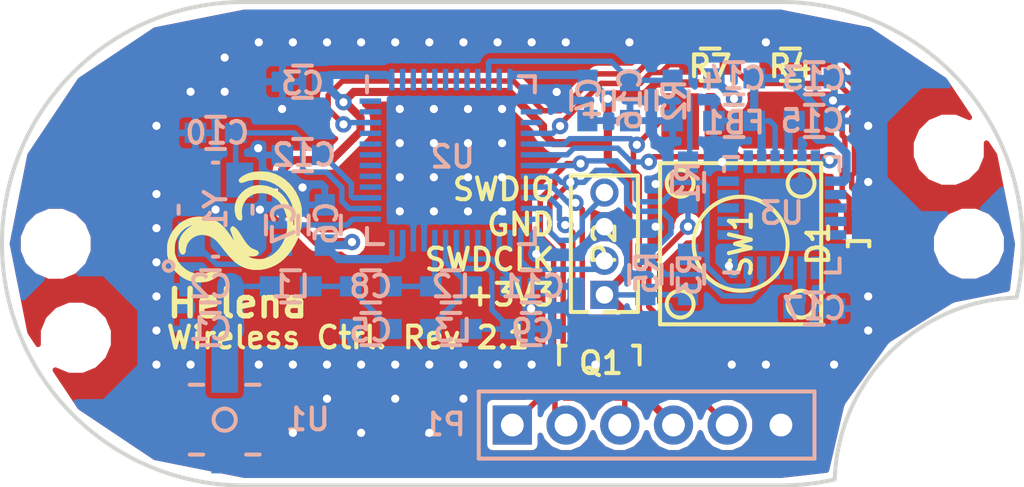
<source format=kicad_pcb>
(kicad_pcb (version 4) (host pcbnew 4.0.5)
  (title_block (title "Helena Wireless Control Board") (date 2016-12-15) (rev 2.1))
  (layers (0 F.Cu signal) (31 B.Cu signal hide) (34 B.Paste user) (35 F.Paste user) (36 B.SilkS user) (37 F.SilkS user) (38 B.Mask user hide) (39 F.Mask user) (44 Edge.Cuts user))
  (net 0 "")
  (net 1 "Net-(C1-Pad1)")
  (net 2 GND)
  (net 3 +3V3)
  (net 4 "Net-(C5-Pad1)")
  (net 5 "Net-(C7-Pad1)")
  (net 6 "Net-(C8-Pad1)")
  (net 7 "Net-(C9-Pad1)")
  (net 8 "Net-(C10-Pad1)")
  (net 9 "Net-(C11-Pad1)")
  (net 10 "Net-(C12-Pad1)")
  (net 11 "Net-(C13-Pad1)")
  (net 12 "Net-(C15-Pad1)")
  (net 13 /VIN_ADC)
  (net 14 "Net-(C17-Pad1)")
  (net 15 "Net-(D1-Pad4)")
  (net 16 "Net-(L2-Pad2)")
  (net 17 /SDA)
  (net 18 /SCL)
  (net 19 /BDEP_RX)
  (net 20 VPP)
  (net 21 /SWDCLK)
  (net 22 /SWDIO)
  (net 23 /BDEP_TX)
  (net 24 /LED_RED)
  (net 25 /LED_BLUE)
  (net 26 /BUTTON)
  (net 27 "Net-(U2-Pad2)")
  (net 28 "Net-(U2-Pad3)")
  (net 29 "Net-(U2-Pad4)")
  (net 30 "Net-(U2-Pad5)")
  (net 31 "Net-(U2-Pad6)")
  (net 32 "Net-(U2-Pad7)")
  (net 33 "Net-(U2-Pad8)")
  (net 34 "Net-(U2-Pad9)")
  (net 35 "Net-(U2-Pad11)")
  (net 36 "Net-(U2-Pad14)")
  (net 37 "Net-(U2-Pad15)")
  (net 38 "Net-(U2-Pad25)")
  (net 39 "Net-(U2-Pad26)")
  (net 40 "Net-(U2-Pad27)")
  (net 41 "Net-(U2-Pad28)")
  (net 42 "Net-(U2-Pad40)")
  (net 43 "Net-(U2-Pad41)")
  (net 44 "Net-(U2-Pad42)")
  (net 45 "Net-(U2-Pad43)")
  (net 46 "Net-(U2-Pad44)")
  (net 47 "Net-(U2-Pad45)")
  (net 48 "Net-(U2-Pad47)")
  (net 49 "Net-(U2-Pad48)")
  (net 50 "Net-(U3-Pad6)")
  (net 51 "Net-(U3-Pad7)")
  (net 52 "Net-(U3-Pad22)")
  (net 53 /MPU_INT)
  (net 54 "Net-(D1-Pad2)")
  (module rt_leds:Duo-Led_0603 (layer F.Cu) (at 62.8905 150 90)
    (fp_text reference D1 (at 0 -1.5 90) (layer F.SilkS) (effects (font (size 0.8128 0.8128) (thickness 0.1524))))
    (fp_text value Double_LED)
    (pad 1 smd rect (at -0.6 -0.35 90) (size 0.9 0.4) (drill (offset -0.2 0)) (layers F.Cu F.Paste F.Mask) (net 2 GND))
    (pad 2 smd rect (at 0.6 -0.35 90) (size 0.9 0.4) (drill (offset 0.2 0)) (layers F.Cu F.Paste F.Mask) (net 54 "Net-(D1-Pad2)"))
    (pad 3 smd rect (at -0.6 0.35 90) (size 0.9 0.4) (drill (offset -0.2 0)) (layers F.Cu F.Paste F.Mask) (net 2 GND))
    (pad 4 smd rect (at 0.6 0.35 90) (size 0.9 0.4) (drill (offset 0.2 0)) (layers F.Cu F.Paste F.Mask) (net 15 "Net-(D1-Pad4)"))
  )
  (module Mounting_Holes:MountingHole_2.2mm_M2 (layer F.Cu) (at 33 150)
    (fp_text reference REF** hide)
    (fp_text value MountingHole_2.2mm_M2 hide)
    (pad "" np_thru_hole circle (at 0 0) (size 2.2 2.2) (drill 2.2) (layers *.Cu *.Mask))
  )
  (module Mounting_Holes:MountingHole_2.2mm_M2 (layer F.Cu) (at 67 150)
    (fp_text reference REF** hide)
    (fp_text value MountingHole_2.2mm_M2 hide)
    (pad "" np_thru_hole circle (at 0 0) (size 2.2 2.2) (drill 2.2) (layers *.Cu *.Mask))
  )
  (module Mounting_Holes:MountingHole_2.2mm_M2 (layer B.Cu) (at 66.25 146.5)
    (fp_text reference REF** hide)
    (fp_text value MountingHole_2.2mm_M2 hide)
    (pad "" np_thru_hole circle (at 0 0) (size 2.2 2.2) (drill 2.2) (layers *.Cu *.Mask))
  )
  (module Mounting_Holes:MountingHole_2.2mm_M2 (layer B.Cu) (at 33.75 153.5)
    (fp_text reference REF** hide)
    (fp_text value MountingHole_2.2mm_M2 hide)
    (pad "" np_thru_hole circle (at 0 0) (size 2.2 2.2) (drill 2.2) (layers *.Cu *.Mask))
  )
  (module TO_SOT_Packages_SMD:SOT-23 (layer F.Cu) (at 53.2385 154.445)
    (fp_text reference Q1 (at 0.0635 0) (layer F.SilkS) (effects (font (size 0.8128 0.8128) (thickness 0.1524))))
    (fp_text value BC857C)
    (pad 1 smd rect (at -0.95 1.00076) (size 0.8001 0.8001) (layers F.Cu F.Paste F.Mask) (net 23 /BDEP_TX))
    (pad 2 smd rect (at 0.95 1.00076) (size 0.8001 0.8001) (layers F.Cu F.Paste F.Mask) (net 19 /BDEP_RX))
    (pad 3 smd rect (at 0 -0.99822) (size 0.8001 0.8001) (layers F.Cu F.Paste F.Mask) (net 2 GND))
  )
  (module rt_device:C_0603_THERMaL_RELIEF (layer B.Cu) (at 38.7605 153.175 180)
    (fp_text reference C1 (at 0 0 180) (layer B.SilkS) (effects (font (size 0.8128 0.8128) (thickness 0.1524)) (justify mirror)))
    (fp_text value dnp)
    (pad 1 smd rect (at -0.75 0 180) (size 0.8 0.75) (layers B.Cu B.Paste B.Mask) (net 1 "Net-(C1-Pad1)") (thermal_gap 0.2032))
    (pad 2 smd rect (at 0.75 0 180) (size 0.8 0.75) (layers B.Cu B.Paste B.Mask) (net 2 GND) (thermal_gap 0.2032))
  )
  (module rt_device:C_0603_THERMaL_RELIEF (layer B.Cu) (at 38.7605 151.5875 180)
    (fp_text reference C2 (at 0 0 180) (layer B.SilkS) (effects (font (size 0.8128 0.8128) (thickness 0.1524)) (justify mirror)))
    (fp_text value 1p5)
    (pad 1 smd rect (at -0.75 0 180) (size 0.8 0.75) (layers B.Cu B.Paste B.Mask) (net 1 "Net-(C1-Pad1)") (thermal_gap 0.2032))
    (pad 2 smd rect (at 0.75 0 180) (size 0.8 0.75) (layers B.Cu B.Paste B.Mask) (net 2 GND) (thermal_gap 0.2032))
  )
  (module rt_device:C_0603_THERMaL_RELIEF (layer B.Cu) (at 42.1895 143.9675 180)
    (fp_text reference C3 (at 0 -0.0635 180) (layer B.SilkS) (effects (font (size 0.8128 0.8128) (thickness 0.1524)) (justify mirror)))
    (fp_text value 100n)
    (pad 1 smd rect (at -0.75 0 180) (size 0.8 0.75) (layers B.Cu B.Paste B.Mask) (net 3 +3V3) (thermal_gap 0.2032))
    (pad 2 smd rect (at 0.75 0 180) (size 0.8 0.75) (layers B.Cu B.Paste B.Mask) (net 2 GND) (thermal_gap 0.2032))
  )
  (module rt_device:C_0603_THERMaL_RELIEF (layer B.Cu) (at 52.794 144.666 270)
    (fp_text reference C4 (at -0.0635 -0.0635 270) (layer B.SilkS) (effects (font (size 0.8128 0.8128) (thickness 0.1524)) (justify mirror)))
    (fp_text value 100n)
    (pad 1 smd rect (at -0.75 0 270) (size 0.8 0.75) (layers B.Cu B.Paste B.Mask) (net 3 +3V3) (thermal_gap 0.2032))
    (pad 2 smd rect (at 0.75 0 270) (size 0.8 0.75) (layers B.Cu B.Paste B.Mask) (net 2 GND) (thermal_gap 0.2032))
  )
  (module rt_device:C_0603_THERMaL_RELIEF (layer B.Cu) (at 44.7295 153.175 180)
    (fp_text reference C5 (at 0 -0.0635 180) (layer B.SilkS) (effects (font (size 0.8128 0.8128) (thickness 0.1524)) (justify mirror)))
    (fp_text value 1p0)
    (pad 1 smd rect (at -0.75 0 180) (size 0.8 0.75) (layers B.Cu B.Paste B.Mask) (net 4 "Net-(C5-Pad1)") (thermal_gap 0.2032))
    (pad 2 smd rect (at 0.75 0 180) (size 0.8 0.75) (layers B.Cu B.Paste B.Mask) (net 2 GND) (thermal_gap 0.2032))
  )
  (module rt_device:C_0603_THERMaL_RELIEF (layer B.Cu) (at 43.015 149.3015 90)
    (fp_text reference C6 (at 0.0635 0.0635 90) (layer B.SilkS) (effects (font (size 0.8128 0.8128) (thickness 0.1524)) (justify mirror)))
    (fp_text value 1n)
    (pad 1 smd rect (at -0.75 0 90) (size 0.8 0.75) (layers B.Cu B.Paste B.Mask) (net 3 +3V3) (thermal_gap 0.2032))
    (pad 2 smd rect (at 0.75 0 90) (size 0.8 0.75) (layers B.Cu B.Paste B.Mask) (net 2 GND) (thermal_gap 0.2032))
  )
  (module rt_device:C_0603_THERMaL_RELIEF (layer B.Cu) (at 41.4275 149.3015 90)
    (fp_text reference C7 (at 0.0635 0.0635 90) (layer B.SilkS) (effects (font (size 0.8128 0.8128) (thickness 0.1524)) (justify mirror)))
    (fp_text value 22p)
    (pad 1 smd rect (at -0.75 0 90) (size 0.8 0.75) (layers B.Cu B.Paste B.Mask) (net 5 "Net-(C7-Pad1)") (thermal_gap 0.2032))
    (pad 2 smd rect (at 0.75 0 90) (size 0.8 0.75) (layers B.Cu B.Paste B.Mask) (net 2 GND) (thermal_gap 0.2032))
  )
  (module rt_device:C_0603_THERMaL_RELIEF (layer B.Cu) (at 44.7295 151.5875 180)
    (fp_text reference C8 (at 0 0 180) (layer B.SilkS) (effects (font (size 0.8128 0.8128) (thickness 0.1524)) (justify mirror)))
    (fp_text value 2p2)
    (pad 1 smd rect (at -0.75 0 180) (size 0.8 0.75) (layers B.Cu B.Paste B.Mask) (net 6 "Net-(C8-Pad1)") (thermal_gap 0.2032))
    (pad 2 smd rect (at 0.75 0 180) (size 0.8 0.75) (layers B.Cu B.Paste B.Mask) (net 4 "Net-(C5-Pad1)") (thermal_gap 0.2032))
  )
  (module rt_device:C_0603_THERMaL_RELIEF (layer B.Cu) (at 50.6985 153.175)
    (fp_text reference C9 (at 0.0635 0.0635) (layer B.SilkS) (effects (font (size 0.8128 0.8128) (thickness 0.1524)) (justify mirror)))
    (fp_text value 2n2)
    (pad 1 smd rect (at -0.75 0) (size 0.8 0.75) (layers B.Cu B.Paste B.Mask) (net 7 "Net-(C9-Pad1)") (thermal_gap 0.2032))
    (pad 2 smd rect (at 0.75 0) (size 0.8 0.75) (layers B.Cu B.Paste B.Mask) (net 2 GND) (thermal_gap 0.2032))
  )
  (module rt_device:C_0603_THERMaL_RELIEF (layer B.Cu) (at 38.951 145.8725 180)
    (fp_text reference C10 (at -0.0635 0 180) (layer B.SilkS) (effects (font (size 0.8128 0.8128) (thickness 0.1524)) (justify mirror)))
    (fp_text value 22p)
    (pad 1 smd rect (at -0.75 0 180) (size 0.8 0.75) (layers B.Cu B.Paste B.Mask) (net 8 "Net-(C10-Pad1)") (thermal_gap 0.2032))
    (pad 2 smd rect (at 0.75 0 180) (size 0.8 0.75) (layers B.Cu B.Paste B.Mask) (net 2 GND) (thermal_gap 0.2032))
  )
  (module rt_device:C_0603_THERMaL_RELIEF (layer B.Cu) (at 50.6985 151.5875)
    (fp_text reference C11 (at 0.0635 0) (layer B.SilkS) (effects (font (size 0.8128 0.8128) (thickness 0.1524)) (justify mirror)))
    (fp_text value 100n)
    (pad 1 smd rect (at -0.75 0) (size 0.8 0.75) (layers B.Cu B.Paste B.Mask) (net 9 "Net-(C11-Pad1)") (thermal_gap 0.2032))
    (pad 2 smd rect (at 0.75 0) (size 0.8 0.75) (layers B.Cu B.Paste B.Mask) (net 2 GND) (thermal_gap 0.2032))
  )
  (module rt_device:C_0603_THERMaL_RELIEF (layer B.Cu) (at 42.1895 146.698 180)
    (fp_text reference C12 (at -0.0635 0 180) (layer B.SilkS) (effects (font (size 0.8128 0.8128) (thickness 0.1524)) (justify mirror)))
    (fp_text value 100n)
    (pad 1 smd rect (at -0.75 0 180) (size 0.8 0.75) (layers B.Cu B.Paste B.Mask) (net 10 "Net-(C12-Pad1)") (thermal_gap 0.2032))
    (pad 2 smd rect (at 0.75 0 180) (size 0.8 0.75) (layers B.Cu B.Paste B.Mask) (net 2 GND) (thermal_gap 0.2032))
  )
  (module rt_device:C_0603_THERMaL_RELIEF (layer B.Cu) (at 61.2395 143.8405)
    (fp_text reference C13 (at 0 0) (layer B.SilkS) (effects (font (size 0.8128 0.8128) (thickness 0.1524)) (justify mirror)))
    (fp_text value 100n)
    (pad 1 smd rect (at -0.75 0) (size 0.8 0.75) (layers B.Cu B.Paste B.Mask) (net 11 "Net-(C13-Pad1)") (thermal_gap 0.2032))
    (pad 2 smd rect (at 0.75 0) (size 0.8 0.75) (layers B.Cu B.Paste B.Mask) (net 2 GND) (thermal_gap 0.2032))
  )
  (module rt_device:C_0603_THERMaL_RELIEF (layer B.Cu) (at 58.255 145.428 180)
    (fp_text reference C14 (at 0 1.5875 180) (layer B.SilkS) (effects (font (size 0.8128 0.8128) (thickness 0.1524)) (justify mirror)))
    (fp_text value 10n)
    (pad 1 smd rect (at -0.75 0 180) (size 0.8 0.75) (layers B.Cu B.Paste B.Mask) (net 11 "Net-(C13-Pad1)") (thermal_gap 0.2032))
    (pad 2 smd rect (at 0.75 0 180) (size 0.8 0.75) (layers B.Cu B.Paste B.Mask) (net 2 GND) (thermal_gap 0.2032))
  )
  (module rt_device:C_0603_THERMaL_RELIEF (layer B.Cu) (at 61.2395 145.428)
    (fp_text reference C15 (at -0.0635 0) (layer B.SilkS) (effects (font (size 0.8128 0.8128) (thickness 0.1524)) (justify mirror)))
    (fp_text value 100n)
    (pad 1 smd rect (at -0.75 0) (size 0.8 0.75) (layers B.Cu B.Paste B.Mask) (net 12 "Net-(C15-Pad1)") (thermal_gap 0.2032))
    (pad 2 smd rect (at 0.75 0) (size 0.8 0.75) (layers B.Cu B.Paste B.Mask) (net 2 GND) (thermal_gap 0.2032))
  )
  (module rt_device:C_0603_THERMaL_RELIEF (layer B.Cu) (at 54.3815 144.666 270)
    (fp_text reference C16 (at -0.0635 0 270) (layer B.SilkS) (effects (font (size 0.8128 0.8128) (thickness 0.1524)) (justify mirror)))
    (fp_text value 100n)
    (pad 1 smd rect (at -0.75 0 270) (size 0.8 0.75) (layers B.Cu B.Paste B.Mask) (net 13 /VIN_ADC) (thermal_gap 0.2032))
    (pad 2 smd rect (at 0.75 0 270) (size 0.8 0.75) (layers B.Cu B.Paste B.Mask) (net 2 GND) (thermal_gap 0.2032))
  )
  (module rt_device:C_0603_THERMaL_RELIEF (layer B.Cu) (at 61.2395 152.413)
    (fp_text reference C17 (at 0 0) (layer B.SilkS) (effects (font (size 0.8128 0.8128) (thickness 0.1524)) (justify mirror)))
    (fp_text value 2n2)
    (pad 1 smd rect (at -0.75 0) (size 0.8 0.75) (layers B.Cu B.Paste B.Mask) (net 14 "Net-(C17-Pad1)") (thermal_gap 0.2032))
    (pad 2 smd rect (at 0.75 0) (size 0.8 0.75) (layers B.Cu B.Paste B.Mask) (net 2 GND) (thermal_gap 0.2032))
  )
  (module rt_device:C_0603_THERMaL_RELIEF (layer B.Cu) (at 58.255 143.8405)
    (fp_text reference FB1 (at 0 1.651) (layer B.SilkS) (effects (font (size 0.8128 0.8128) (thickness 0.1524)) (justify mirror)))
    (fp_text value FB)
    (pad 1 smd rect (at -0.75 0) (size 0.8 0.75) (layers B.Cu B.Paste B.Mask) (net 3 +3V3) (thermal_gap 0.2032))
    (pad 2 smd rect (at 0.75 0) (size 0.8 0.75) (layers B.Cu B.Paste B.Mask) (net 11 "Net-(C13-Pad1)") (thermal_gap 0.2032))
  )
  (module rt_device:C_0603_THERMaL_RELIEF (layer B.Cu) (at 41.745 151.5875)
    (fp_text reference L1 (at 0 0) (layer B.SilkS) (effects (font (size 0.8128 0.8128) (thickness 0.1524)) (justify mirror)))
    (fp_text value 3n3)
    (pad 1 smd rect (at -0.75 0) (size 0.8 0.75) (layers B.Cu B.Paste B.Mask) (net 1 "Net-(C1-Pad1)") (thermal_gap 0.2032))
    (pad 2 smd rect (at 0.75 0) (size 0.8 0.75) (layers B.Cu B.Paste B.Mask) (net 4 "Net-(C5-Pad1)") (thermal_gap 0.2032))
  )
  (module rt_device:C_0603_THERMaL_RELIEF (layer B.Cu) (at 47.714 151.5875)
    (fp_text reference L2 (at 0 0) (layer B.SilkS) (effects (font (size 0.8128 0.8128) (thickness 0.1524)) (justify mirror)))
    (fp_text value 4n7)
    (pad 1 smd rect (at -0.75 0) (size 0.8 0.75) (layers B.Cu B.Paste B.Mask) (net 6 "Net-(C8-Pad1)") (thermal_gap 0.2032))
    (pad 2 smd rect (at 0.75 0) (size 0.8 0.75) (layers B.Cu B.Paste B.Mask) (net 16 "Net-(L2-Pad2)") (thermal_gap 0.2032))
  )
  (module rt_device:C_0603_THERMaL_RELIEF (layer B.Cu) (at 47.714 153.175 180)
    (fp_text reference L3 (at -0.0635 -0.0635 180) (layer B.SilkS) (effects (font (size 0.8128 0.8128) (thickness 0.1524)) (justify mirror)))
    (fp_text value 10n)
    (pad 1 smd rect (at -0.75 0 180) (size 0.8 0.75) (layers B.Cu B.Paste B.Mask) (net 7 "Net-(C9-Pad1)") (thermal_gap 0.2032))
    (pad 2 smd rect (at 0.75 0 180) (size 0.8 0.75) (layers B.Cu B.Paste B.Mask) (net 16 "Net-(L2-Pad2)") (thermal_gap 0.2032))
  )
  (module rt_Pin_Header:Pin_Header_Straight_1x06_2.00_Pitch (layer B.Cu) (at 50 156.75 270)
    (fp_text reference P1 (at -0.019 2.54 360) (layer B.SilkS) (effects (font (size 0.8128 0.8128) (thickness 0.1524)) (justify mirror)))
    (fp_text value CONN_01X06)
    (pad 1 thru_hole rect (at 0 0 270) (size 1.4596 1.4596) (drill 0.85) (layers *.Cu *.Mask) (net 17 /SDA))
    (pad 2 thru_hole circle (at 0 -2 270) (size 1.4596 1.4596) (drill 0.85) (layers *.Cu *.Mask) (net 18 /SCL))
    (pad 3 thru_hole circle (at 0 -4 270) (size 1.4596 1.4596) (drill 0.85) (layers *.Cu *.Mask) (net 19 /BDEP_RX))
    (pad 4 thru_hole circle (at 0 -6 270) (size 1.4596 1.4596) (drill 0.85) (layers *.Cu *.Mask) (net 3 +3V3))
    (pad 5 thru_hole circle (at 0 -8 270) (size 1.4596 1.4596) (drill 0.85) (layers *.Cu *.Mask) (net 20 VPP))
    (pad 6 thru_hole circle (at 0 -10 270) (size 1.4596 1.4596) (drill 0.85) (layers *.Cu *.Mask) (net 2 GND))
  )
  (module rt_device:C_0603_THERMaL_RELIEF (layer B.Cu) (at 56.5405 147.714 90)
    (fp_text reference R1 (at 0 0 90) (layer B.SilkS) (effects (font (size 0.8128 0.8128) (thickness 0.1524)) (justify mirror)))
    (fp_text value 470k)
    (pad 1 smd rect (at -0.75 0 90) (size 0.8 0.75) (layers B.Cu B.Paste B.Mask) (net 20 VPP) (thermal_gap 0.2032))
    (pad 2 smd rect (at 0.75 0 90) (size 0.8 0.75) (layers B.Cu B.Paste B.Mask) (net 13 /VIN_ADC) (thermal_gap 0.2032))
  )
  (module rt_device:C_0603_THERMaL_RELIEF (layer B.Cu) (at 55.969 144.666 270)
    (fp_text reference R2 (at 0 -0.0635 270) (layer B.SilkS) (effects (font (size 0.8128 0.8128) (thickness 0.1524)) (justify mirror)))
    (fp_text value 100k)
    (pad 1 smd rect (at -0.75 0 270) (size 0.8 0.75) (layers B.Cu B.Paste B.Mask) (net 13 /VIN_ADC) (thermal_gap 0.2032))
    (pad 2 smd rect (at 0.75 0 270) (size 0.8 0.75) (layers B.Cu B.Paste B.Mask) (net 2 GND) (thermal_gap 0.2032))
  )
  (module rt_device:C_0603_THERMaL_RELIEF (layer B.Cu) (at 56.5405 151.143 90)
    (fp_text reference R3 (at 0 0.0635 90) (layer B.SilkS) (effects (font (size 0.8128 0.8128) (thickness 0.1524)) (justify mirror)))
    (fp_text value 1k5)
    (pad 1 smd rect (at -0.75 0 90) (size 0.8 0.75) (layers B.Cu B.Paste B.Mask) (net 3 +3V3) (thermal_gap 0.2032))
    (pad 2 smd rect (at 0.75 0 90) (size 0.8 0.75) (layers B.Cu B.Paste B.Mask) (net 17 /SDA) (thermal_gap 0.2032))
  )
  (module rt_device:C_0603_THERMaL_RELIEF (layer F.Cu) (at 60.3505 143.3325)
    (fp_text reference R4 (at 0 0.0635) (layer F.SilkS) (effects (font (size 0.8128 0.8128) (thickness 0.1524))))
    (fp_text value 680)
    (pad 1 smd rect (at -0.75 0) (size 0.8 0.75) (layers F.Cu F.Paste F.Mask) (net 24 /LED_RED) (thermal_gap 0.2032))
    (pad 2 smd rect (at 0.75 0) (size 0.8 0.75) (layers F.Cu F.Paste F.Mask) (net 15 "Net-(D1-Pad4)") (thermal_gap 0.2032))
  )
  (module rt_device:C_0603_THERMaL_RELIEF (layer B.Cu) (at 54.953 151.143 90)
    (fp_text reference R5 (at 0.0635 0.0635 90) (layer B.SilkS) (effects (font (size 0.8128 0.8128) (thickness 0.1524)) (justify mirror)))
    (fp_text value 1k5)
    (pad 1 smd rect (at -0.75 0 90) (size 0.8 0.75) (layers B.Cu B.Paste B.Mask) (net 3 +3V3) (thermal_gap 0.2032))
    (pad 2 smd rect (at 0.75 0 90) (size 0.8 0.75) (layers B.Cu B.Paste B.Mask) (net 18 /SCL) (thermal_gap 0.2032))
  )
  (module rt_device:C_0603_THERMaL_RELIEF (layer F.Cu) (at 57.366 143.3325)
    (fp_text reference R7 (at 0 0.0635) (layer F.SilkS) (effects (font (size 0.8128 0.8128) (thickness 0.1524))))
    (fp_text value 120)
    (pad 1 smd rect (at -0.75 0) (size 0.8 0.75) (layers F.Cu F.Paste F.Mask) (net 25 /LED_BLUE) (thermal_gap 0.2032))
    (pad 2 smd rect (at 0.75 0) (size 0.8 0.75) (layers F.Cu F.Paste F.Mask) (net 54 "Net-(D1-Pad2)") (thermal_gap 0.2032))
  )
  (module Housings_DFN_QFN:UQFN-48-1EP_6x6mm_Pitch0.4mm (layer B.Cu) (at 47.714 146.8885 270)
    (fp_text reference U2 (at -0.127 -0.0635 360) (layer B.SilkS) (effects (font (size 0.8128 0.8128) (thickness 0.1524)) (justify mirror)))
    (fp_text value nrf51822-qfax)
    (pad 1 smd rect (at -3 2.2 270) (size 0.8 0.2) (layers B.Cu B.Paste B.Mask) (net 3 +3V3))
    (pad 2 smd rect (at -3 1.8 270) (size 0.8 0.2) (layers B.Cu B.Paste B.Mask) (net 27 "Net-(U2-Pad2)"))
    (pad 3 smd rect (at -3 1.4 270) (size 0.8 0.2) (layers B.Cu B.Paste B.Mask) (net 28 "Net-(U2-Pad3)"))
    (pad 4 smd rect (at -3 1 270) (size 0.8 0.2) (layers B.Cu B.Paste B.Mask) (net 29 "Net-(U2-Pad4)"))
    (pad 5 smd rect (at -3 0.6 270) (size 0.8 0.2) (layers B.Cu B.Paste B.Mask) (net 30 "Net-(U2-Pad5)"))
    (pad 6 smd rect (at -3 0.2 270) (size 0.8 0.2) (layers B.Cu B.Paste B.Mask) (net 31 "Net-(U2-Pad6)"))
    (pad 7 smd rect (at -3 -0.2 270) (size 0.8 0.2) (layers B.Cu B.Paste B.Mask) (net 32 "Net-(U2-Pad7)"))
    (pad 8 smd rect (at -3 -0.6 270) (size 0.8 0.2) (layers B.Cu B.Paste B.Mask) (net 33 "Net-(U2-Pad8)"))
    (pad 9 smd rect (at -3 -1 270) (size 0.8 0.2) (layers B.Cu B.Paste B.Mask) (net 34 "Net-(U2-Pad9)"))
    (pad 10 smd rect (at -3 -1.4 270) (size 0.8 0.2) (layers B.Cu B.Paste B.Mask) (net 13 /VIN_ADC))
    (pad 11 smd rect (at -3 -1.8 270) (size 0.8 0.2) (layers B.Cu B.Paste B.Mask) (net 35 "Net-(U2-Pad11)"))
    (pad 12 smd rect (at -3 -2.2 270) (size 0.8 0.2) (layers B.Cu B.Paste B.Mask) (net 3 +3V3))
    (pad 13 smd rect (at -2.2 -3 180) (size 0.8 0.2) (layers B.Cu B.Paste B.Mask) (net 2 GND))
    (pad 14 smd rect (at -1.8 -3 180) (size 0.8 0.2) (layers B.Cu B.Paste B.Mask) (net 36 "Net-(U2-Pad14)"))
    (pad 15 smd rect (at -1.4 -3 180) (size 0.8 0.2) (layers B.Cu B.Paste B.Mask) (net 37 "Net-(U2-Pad15)"))
    (pad 16 smd rect (at -1 -3 180) (size 0.8 0.2) (layers B.Cu B.Paste B.Mask) (net 25 /LED_BLUE))
    (pad 17 smd rect (at -0.6 -3 180) (size 0.8 0.2) (layers B.Cu B.Paste B.Mask) (net 26 /BUTTON))
    (pad 18 smd rect (at -0.2 -3 180) (size 0.8 0.2) (layers B.Cu B.Paste B.Mask) (net 53 /MPU_INT))
    (pad 19 smd rect (at 0.2 -3 180) (size 0.8 0.2) (layers B.Cu B.Paste B.Mask) (net 17 /SDA))
    (pad 20 smd rect (at 0.6 -3 180) (size 0.8 0.2) (layers B.Cu B.Paste B.Mask) (net 18 /SCL))
    (pad 21 smd rect (at 1 -3 180) (size 0.8 0.2) (layers B.Cu B.Paste B.Mask) (net 19 /BDEP_RX))
    (pad 22 smd rect (at 1.4 -3 180) (size 0.8 0.2) (layers B.Cu B.Paste B.Mask) (net 23 /BDEP_TX))
    (pad 23 smd rect (at 1.8 -3 180) (size 0.8 0.2) (layers B.Cu B.Paste B.Mask) (net 22 /SWDIO))
    (pad 24 smd rect (at 2.2 -3 180) (size 0.8 0.2) (layers B.Cu B.Paste B.Mask) (net 21 /SWDCLK))
    (pad 25 smd rect (at 3 -2.2 270) (size 0.8 0.2) (layers B.Cu B.Paste B.Mask) (net 38 "Net-(U2-Pad25)"))
    (pad 26 smd rect (at 3 -1.8 270) (size 0.8 0.2) (layers B.Cu B.Paste B.Mask) (net 39 "Net-(U2-Pad26)"))
    (pad 27 smd rect (at 3 -1.4 270) (size 0.8 0.2) (layers B.Cu B.Paste B.Mask) (net 40 "Net-(U2-Pad27)"))
    (pad 28 smd rect (at 3 -1 270) (size 0.8 0.2) (layers B.Cu B.Paste B.Mask) (net 41 "Net-(U2-Pad28)"))
    (pad 29 smd rect (at 3 -0.6 270) (size 0.8 0.2) (layers B.Cu B.Paste B.Mask) (net 9 "Net-(C11-Pad1)"))
    (pad 30 smd rect (at 3 -0.2 270) (size 0.8 0.2) (layers B.Cu B.Paste B.Mask) (net 7 "Net-(C9-Pad1)"))
    (pad 31 smd rect (at 3 0.2 270) (size 0.8 0.2) (layers B.Cu B.Paste B.Mask) (net 16 "Net-(L2-Pad2)"))
    (pad 32 smd rect (at 3 0.6 270) (size 0.8 0.2) (layers B.Cu B.Paste B.Mask) (net 6 "Net-(C8-Pad1)"))
    (pad 33 smd rect (at 3 1 270) (size 0.8 0.2) (layers B.Cu B.Paste B.Mask) (net 2 GND))
    (pad 34 smd rect (at 3 1.4 270) (size 0.8 0.2) (layers B.Cu B.Paste B.Mask) (net 2 GND))
    (pad 35 smd rect (at 3 1.8 270) (size 0.8 0.2) (layers B.Cu B.Paste B.Mask) (net 3 +3V3))
    (pad 36 smd rect (at 3 2.2 270) (size 0.8 0.2) (layers B.Cu B.Paste B.Mask) (net 3 +3V3))
    (pad 37 smd rect (at 2.2 3 180) (size 0.8 0.2) (layers B.Cu B.Paste B.Mask) (net 5 "Net-(C7-Pad1)"))
    (pad 38 smd rect (at 1.8 3 180) (size 0.8 0.2) (layers B.Cu B.Paste B.Mask) (net 8 "Net-(C10-Pad1)"))
    (pad 39 smd rect (at 1.4 3 180) (size 0.8 0.2) (layers B.Cu B.Paste B.Mask) (net 10 "Net-(C12-Pad1)"))
    (pad 40 smd rect (at 1 3 180) (size 0.8 0.2) (layers B.Cu B.Paste B.Mask) (net 42 "Net-(U2-Pad40)"))
    (pad 41 smd rect (at 0.6 3 180) (size 0.8 0.2) (layers B.Cu B.Paste B.Mask) (net 43 "Net-(U2-Pad41)"))
    (pad 42 smd rect (at 0.2 3 180) (size 0.8 0.2) (layers B.Cu B.Paste B.Mask) (net 44 "Net-(U2-Pad42)"))
    (pad 43 smd rect (at -0.2 3 180) (size 0.8 0.2) (layers B.Cu B.Paste B.Mask) (net 45 "Net-(U2-Pad43)"))
    (pad 44 smd rect (at -0.6 3 180) (size 0.8 0.2) (layers B.Cu B.Paste B.Mask) (net 46 "Net-(U2-Pad44)"))
    (pad 45 smd rect (at -1 3 180) (size 0.8 0.2) (layers B.Cu B.Paste B.Mask) (net 47 "Net-(U2-Pad45)"))
    (pad 46 smd rect (at -1.4 3 180) (size 0.8 0.2) (layers B.Cu B.Paste B.Mask) (net 24 /LED_RED))
    (pad 47 smd rect (at -1.8 3 180) (size 0.8 0.2) (layers B.Cu B.Paste B.Mask) (net 48 "Net-(U2-Pad47)"))
    (pad 48 smd rect (at -2.2 3 180) (size 0.8 0.2) (layers B.Cu B.Paste B.Mask) (net 49 "Net-(U2-Pad48)"))
    (pad 49 smd rect (at 1.66875 -1.66875 270) (size 1.1125 1.1125) (layers B.Cu B.Paste B.Mask) (net 2 GND))
    (pad 49 smd rect (at 1.66875 -0.55625 270) (size 1.1125 1.1125) (layers B.Cu B.Paste B.Mask) (net 2 GND))
    (pad 49 smd rect (at 1.66875 0.55625 270) (size 1.1125 1.1125) (layers B.Cu B.Paste B.Mask) (net 2 GND))
    (pad 49 smd rect (at 1.66875 1.66875 270) (size 1.1125 1.1125) (layers B.Cu B.Paste B.Mask) (net 2 GND))
    (pad 49 smd rect (at 0.55625 -1.66875 270) (size 1.1125 1.1125) (layers B.Cu B.Paste B.Mask) (net 2 GND))
    (pad 49 smd rect (at 0.55625 -0.55625 270) (size 1.1125 1.1125) (layers B.Cu B.Paste B.Mask) (net 2 GND))
    (pad 49 smd rect (at 0.55625 0.55625 270) (size 1.1125 1.1125) (layers B.Cu B.Paste B.Mask) (net 2 GND))
    (pad 49 smd rect (at 0.55625 1.66875 270) (size 1.1125 1.1125) (layers B.Cu B.Paste B.Mask) (net 2 GND))
    (pad 49 smd rect (at -0.55625 -1.66875 270) (size 1.1125 1.1125) (layers B.Cu B.Paste B.Mask) (net 2 GND))
    (pad 49 smd rect (at -0.55625 -0.55625 270) (size 1.1125 1.1125) (layers B.Cu B.Paste B.Mask) (net 2 GND))
    (pad 49 smd rect (at -0.55625 0.55625 270) (size 1.1125 1.1125) (layers B.Cu B.Paste B.Mask) (net 2 GND))
    (pad 49 smd rect (at -0.55625 1.66875 270) (size 1.1125 1.1125) (layers B.Cu B.Paste B.Mask) (net 2 GND))
    (pad 49 smd rect (at -1.66875 -1.66875 270) (size 1.1125 1.1125) (layers B.Cu B.Paste B.Mask) (net 2 GND))
    (pad 49 smd rect (at -1.66875 -0.55625 270) (size 1.1125 1.1125) (layers B.Cu B.Paste B.Mask) (net 2 GND))
    (pad 49 smd rect (at -1.66875 0.55625 270) (size 1.1125 1.1125) (layers B.Cu B.Paste B.Mask) (net 2 GND))
    (pad 49 smd rect (at -1.66875 1.66875 270) (size 1.1125 1.1125) (layers B.Cu B.Paste B.Mask) (net 2 GND))
  )
  (module rt_XTAL:XTAL_MT_3.2mm_x_2.5mm (layer B.Cu) (at 38.951 148.73 90)
    (fp_text reference Y1 (at 0 0 90) (layer B.SilkS) (effects (font (size 0.8128 0.8128) (thickness 0.1524)) (justify mirror)))
    (fp_text value 16MHz)
    (pad 4 smd rect (at -1.1 0.9 90) (size 1.3 1) (layers B.Cu B.Paste B.Mask) (net 2 GND))
    (pad 1 smd rect (at -1.1 -0.9 90) (size 1.3 1) (layers B.Cu B.Paste B.Mask) (net 5 "Net-(C7-Pad1)"))
    (pad 2 smd rect (at 1.1 -0.9 90) (size 1.3 1) (layers B.Cu B.Paste B.Mask) (net 2 GND))
    (pad 3 smd rect (at 1.1 0.9 90) (size 1.3 1) (layers B.Cu B.Paste B.Mask) (net 8 "Net-(C10-Pad1)"))
  )
  (module rt_antennas:MML_R302.302.000 (layer B.Cu) (at 39.29 156.55)
    (fp_text reference U1 (at 3.09 -0.0095) (layer B.SilkS) (effects (font (size 0.8128 0.8128) (thickness 0.1524)) (justify mirror)))
    (fp_text value antenna-gnd)
    (pad 1 smd rect (at 0 -1.5) (size 1 1) (layers B.Cu B.Paste B.Mask) (net 1 "Net-(C1-Pad1)"))
    (pad 2 smd rect (at 0 1.5) (size 1 1) (layers B.Cu B.Paste B.Mask) (net 2 GND))
    (pad 2 smd rect (at -1.475 0) (size 1.05 2.2) (layers B.Cu B.Paste B.Mask) (net 2 GND))
    (pad 2 smd rect (at 1.475 0) (size 1.05 2.2) (layers B.Cu B.Paste B.Mask) (net 2 GND))
  )
  (module rt_button:JTP-1138EM (layer F.Cu) (at 58.5 150 90)
    (fp_text reference SW1 (at 0 0.009 90) (layer F.SilkS) (effects (font (size 0.8128 0.8128) (thickness 0.1524))))
    (fp_text value SW_PUSH)
    (pad 1 smd rect (at -4.55 2.25 90) (size 2.1 1.4) (layers F.Cu F.Paste F.Mask) (net 2 GND))
    (pad 1 smd rect (at 4.55 2.25 90) (size 2.1 1.4) (layers F.Cu F.Paste F.Mask) (net 2 GND))
    (pad 2 smd rect (at 4.55 -2.25 90) (size 2.1 1.4) (layers F.Cu F.Paste F.Mask) (net 26 /BUTTON))
    (pad 2 smd rect (at -4.55 -2.25 90) (size 2.1 1.4) (layers F.Cu F.Paste F.Mask) (net 26 /BUTTON))
  )
  (module rt_Pin_Header:Pin_Header_Straight_1x04_Pitch1.27mm (layer F.Cu) (at 53.429 151.905 180)
    (fp_text reference P2 (at 0 1.905 270) (layer F.SilkS) (effects (font (size 0.8128 0.8128) (thickness 0.1524))))
    (fp_text value CONN_01X04)
    (pad 1 thru_hole rect (at 0 0 180) (size 1.05 1.05) (drill 0.65) (layers *.Cu *.Mask) (net 3 +3V3))
    (pad 3 thru_hole circle (at 0 2.54 180) (size 1.05 1.05) (drill 0.65) (layers *.Cu *.Mask) (net 2 GND))
    (pad 4 thru_hole circle (at 0 3.81 180) (size 1.05 1.05) (drill 0.65) (layers *.Cu *.Mask) (net 22 /SWDIO))
    (pad 2 thru_hole circle (at 0 1.27 180) (size 1.05 1.05) (drill 0.65) (layers *.Cu *.Mask) (net 21 /SWDCLK))
  )
  (module rt_Logos:Helena_5,0x4,1mm (layer F.Cu) (at 39.6495 149.365)
    (fp_text reference G*** hide)
    (fp_text value LOGO hide)
  )
  (module rt_Housing_QFN_DFN:QFN-24-1EP_4x4mm_Pitch0.5mm (layer B.Cu) (at 60.033 148.9205)
    (fp_text reference U3 (at 0 -0.0635) (layer B.SilkS) (effects (font (size 0.8128 0.8128) (thickness 0.1524)) (justify mirror)))
    (fp_text value MPU-6050)
    (pad 1 smd rect (at -2 1.25) (size 0.8 0.3476) (layers B.Cu B.Paste B.Mask) (net 2 GND))
    (pad 2 smd rect (at -2 0.75) (size 0.8 0.3476) (layers B.Cu B.Paste B.Mask))
    (pad 3 smd rect (at -2 0.25) (size 0.8 0.3476) (layers B.Cu B.Paste B.Mask))
    (pad 4 smd rect (at -2 -0.25) (size 0.8 0.3476) (layers B.Cu B.Paste B.Mask))
    (pad 5 smd rect (at -2 -0.75) (size 0.8 0.3476) (layers B.Cu B.Paste B.Mask))
    (pad 6 smd rect (at -2 -1.25) (size 0.8 0.3476) (layers B.Cu B.Paste B.Mask) (net 50 "Net-(U3-Pad6)"))
    (pad 7 smd rect (at -1.25 -1.975 270) (size 0.85 0.3476) (layers B.Cu B.Paste B.Mask) (net 51 "Net-(U3-Pad7)"))
    (pad 8 smd rect (at -0.75 -1.975 270) (size 0.85 0.3476) (layers B.Cu B.Paste B.Mask) (net 11 "Net-(C13-Pad1)"))
    (pad 9 smd rect (at -0.25 -1.975 270) (size 0.85 0.3476) (layers B.Cu B.Paste B.Mask) (net 11 "Net-(C13-Pad1)"))
    (pad 10 smd rect (at 0.25 -1.975 270) (size 0.85 0.3476) (layers B.Cu B.Paste B.Mask) (net 12 "Net-(C15-Pad1)"))
    (pad 11 smd rect (at 0.75 -1.975 270) (size 0.85 0.3476) (layers B.Cu B.Paste B.Mask) (net 2 GND))
    (pad 12 smd rect (at 1.25 -1.975 270) (size 0.85 0.3476) (layers B.Cu B.Paste B.Mask) (net 53 /MPU_INT))
    (pad 13 smd rect (at 2 -1.25) (size 0.8 0.3476) (layers B.Cu B.Paste B.Mask) (net 11 "Net-(C13-Pad1)"))
    (pad 14 smd rect (at 2 -0.75) (size 0.8 0.3476) (layers B.Cu B.Paste B.Mask))
    (pad 15 smd rect (at 2 -0.25) (size 0.8 0.3476) (layers B.Cu B.Paste B.Mask))
    (pad 16 smd rect (at 2 0.25) (size 0.8 0.3476) (layers B.Cu B.Paste B.Mask))
    (pad 17 smd rect (at 2 0.75) (size 0.8 0.3476) (layers B.Cu B.Paste B.Mask))
    (pad 18 smd rect (at 2 1.25) (size 0.8 0.3476) (layers B.Cu B.Paste B.Mask) (net 2 GND))
    (pad 19 smd rect (at 1.25 1.975 270) (size 0.85 0.3476) (layers B.Cu B.Paste B.Mask))
    (pad 20 smd rect (at 0.75 1.975 270) (size 0.85 0.3476) (layers B.Cu B.Paste B.Mask) (net 14 "Net-(C17-Pad1)"))
    (pad 21 smd rect (at 0.25 1.975 270) (size 0.85 0.3476) (layers B.Cu B.Paste B.Mask))
    (pad 22 smd rect (at -0.25 1.975 270) (size 0.85 0.3476) (layers B.Cu B.Paste B.Mask) (net 52 "Net-(U3-Pad22)"))
    (pad 23 smd rect (at -0.75 1.975 270) (size 0.85 0.3476) (layers B.Cu B.Paste B.Mask) (net 18 /SCL))
    (pad 24 smd rect (at -1.25 1.975 270) (size 0.85 0.3476) (layers B.Cu B.Paste B.Mask) (net 17 /SDA))
  )
  (gr_arc (start 60 150) (end 60 159) (angle -12.8634) (layer Edge.Cuts) (width 0.15))
  (gr_text "SWDIO\nGND\nSWDCLK\n+3V3" (at 51.651 149.9365) (layer F.SilkS) (effects (font (size 0.8128 0.8128) (thickness 0.1524)) (justify right)))
  (gr_text "Wireless Ctrl. Rev 2.1" (at 37.046 153.4925) (layer F.SilkS) (effects (font (size 0.8128 0.8128) (thickness 0.1524)) (justify left)))
  (gr_text Helena (at 37.046 152.2225) (layer F.SilkS) (effects (font (size 1.016 1.016) (thickness 0.2032)) (justify left)))
  (gr_arc (start 69 159) (end 62.00364 158.7741) (angle 86.3016) (layer Edge.Cuts) (width 0.15))
  (gr_line (start 40 159) (end 60 159) (angle 90) (layer Edge.Cuts) (width 0.15))
  (gr_line (start 40 141) (end 60 141) (angle 90) (layer Edge.Cuts) (width 0.15))
  (gr_arc (start 60 150) (end 60 141) (angle 102.863) (layer Edge.Cuts) (width 0.15))
  (gr_arc (start 40 150) (end 40 159) (angle 180) (layer Edge.Cuts) (width 0.15))
  (segment (start 39.29 155.05) (end 39.29 153.3955) (width 1) (layer B.Cu) (net 1))
  (segment (start 39.29 153.3955) (end 39.5105 153.175) (width 1) (layer B.Cu) (net 1))
  (segment (start 39.5105 153.175) (end 39.5105 151.5875) (width 1) (layer B.Cu) (net 1))
  (segment (start 39.5225 153.187) (end 39.5105 153.175) (width 1) (layer B.Cu) (net 1))
  (segment (start 40.995 151.5875) (end 39.5105 151.5875) (width 0.2032) (layer B.Cu) (net 1))
  (segment (start 47.15775 148.55725) (end 46.04525 148.55725) (width 0.2032) (layer B.Cu) (net 2))
  (segment (start 46.04525 148.55725) (end 45.809 148.7935) (width 0.2032) (layer B.Cu) (net 2))
  (via (at 45.809 148.7935) (size 0.6096) (drill 0.3048) (layers F.Cu B.Cu) (net 2))
  (segment (start 45.809 148.7935) (end 45.809 147.5235) (width 0.2032) (layer F.Cu) (net 2))
  (via (at 45.809 147.5235) (size 0.6096) (drill 0.3048) (layers F.Cu B.Cu) (net 2))
  (segment (start 45.809 147.5235) (end 46.04525 147.44475) (width 0.2032) (layer B.Cu) (net 2))
  (via (at 45.809 146.2535) (size 0.6096) (drill 0.3048) (layers F.Cu B.Cu) (net 2))
  (segment (start 45.809 146.2535) (end 45.809 144.9835) (width 0.2032) (layer F.Cu) (net 2))
  (via (at 45.809 144.9835) (size 0.6096) (drill 0.3048) (layers F.Cu B.Cu) (net 2))
  (segment (start 45.809 144.9835) (end 47.079 144.9835) (width 0.2032) (layer B.Cu) (net 2))
  (via (at 47.079 144.9835) (size 0.6096) (drill 0.3048) (layers F.Cu B.Cu) (net 2))
  (segment (start 47.079 144.9835) (end 47.079 146.2535) (width 0.2032) (layer F.Cu) (net 2))
  (via (at 47.079 146.2535) (size 0.6096) (drill 0.3048) (layers F.Cu B.Cu) (net 2))
  (segment (start 47.079 146.2535) (end 47.079 147.5235) (width 0.2032) (layer B.Cu) (net 2))
  (via (at 47.079 147.5235) (size 0.6096) (drill 0.3048) (layers F.Cu B.Cu) (net 2))
  (segment (start 47.079 147.5235) (end 47.079 148.7935) (width 0.2032) (layer F.Cu) (net 2))
  (via (at 47.079 148.7935) (size 0.6096) (drill 0.3048) (layers F.Cu B.Cu) (net 2))
  (segment (start 47.079 148.7935) (end 48.349 148.7935) (width 0.2032) (layer B.Cu) (net 2))
  (via (at 48.349 148.7935) (size 0.6096) (drill 0.3048) (layers F.Cu B.Cu) (net 2))
  (segment (start 48.349 148.7935) (end 48.349 147.5235) (width 0.2032) (layer F.Cu) (net 2))
  (via (at 48.349 147.5235) (size 0.6096) (drill 0.3048) (layers F.Cu B.Cu) (net 2))
  (segment (start 48.349 147.5235) (end 48.349 146.2535) (width 0.2032) (layer B.Cu) (net 2))
  (via (at 48.349 146.2535) (size 0.6096) (drill 0.3048) (layers F.Cu B.Cu) (net 2))
  (segment (start 48.349 146.2535) (end 48.349 144.9835) (width 0.2032) (layer F.Cu) (net 2))
  (via (at 48.349 144.9835) (size 0.6096) (drill 0.3048) (layers F.Cu B.Cu) (net 2))
  (segment (start 48.349 144.9835) (end 49.619 144.9835) (width 0.2032) (layer B.Cu) (net 2))
  (via (at 49.619 144.9835) (size 0.6096) (drill 0.3048) (layers F.Cu B.Cu) (net 2))
  (segment (start 49.619 144.9835) (end 49.619 146.2535) (width 0.2032) (layer F.Cu) (net 2))
  (via (at 49.619 146.2535) (size 0.6096) (drill 0.3048) (layers F.Cu B.Cu) (net 2))
  (segment (start 49.619 146.2535) (end 49.619 147.5235) (width 0.2032) (layer B.Cu) (net 2))
  (via (at 49.619 147.5235) (size 0.6096) (drill 0.3048) (layers F.Cu B.Cu) (net 2))
  (segment (start 49.619 147.5235) (end 49.619 148.7935) (width 0.2032) (layer F.Cu) (net 2))
  (via (at 49.619 148.7935) (size 0.6096) (drill 0.3048) (layers F.Cu B.Cu) (net 2))
  (segment (start 49.619 148.7935) (end 49.38275 148.55725) (width 0.2032) (layer B.Cu) (net 2))
  (segment (start 58.083 150.1705) (end 58.083 150.807) (width 0.2032) (layer B.Cu) (net 2))
  (via (at 58.0645 150.8255) (size 0.6096) (drill 0.3048) (layers F.Cu B.Cu) (net 2))
  (segment (start 58.083 150.807) (end 58.0645 150.8255) (width 0.2032) (layer B.Cu) (net 2))
  (segment (start 61.98 154.5) (end 63.25 153.23) (width 0.2032) (layer B.Cu) (net 2))
  (via (at 61.98 154.5) (size 0.6096) (drill 0.3048) (layers F.Cu B.Cu) (net 2))
  (segment (start 61.98 154.5) (end 59.44 154.5) (width 0.2032) (layer F.Cu) (net 2))
  (via (at 59.44 154.5) (size 0.6096) (drill 0.3048) (layers F.Cu B.Cu) (net 2))
  (segment (start 59.44 154.5) (end 58.17 154.5) (width 0.2032) (layer B.Cu) (net 2))
  (via (at 58.17 154.5) (size 0.6096) (drill 0.3048) (layers F.Cu B.Cu) (net 2))
  (segment (start 58.17 154.5) (end 53.09 154.5) (width 0.2032) (layer B.Cu) (net 2))
  (segment (start 53.09 154.5) (end 50.72 154.5) (width 0.2032) (layer B.Cu) (net 2))
  (via (at 50.72 154.5) (size 0.6096) (drill 0.3048) (layers F.Cu B.Cu) (net 2))
  (via (at 49.45 154.5) (size 0.6096) (drill 0.3048) (layers F.Cu B.Cu) (net 2))
  (segment (start 48.18 154.5) (end 49.45 154.5) (width 0.2032) (layer B.Cu) (net 2))
  (via (at 48.18 154.5) (size 0.6096) (drill 0.3048) (layers F.Cu B.Cu) (net 2))
  (segment (start 46.91 154.5) (end 48.18 154.5) (width 0.2032) (layer F.Cu) (net 2))
  (via (at 46.91 154.5) (size 0.6096) (drill 0.3048) (layers F.Cu B.Cu) (net 2))
  (segment (start 45.64 154.5) (end 46.91 154.5) (width 0.2032) (layer B.Cu) (net 2))
  (via (at 45.64 154.5) (size 0.6096) (drill 0.3048) (layers F.Cu B.Cu) (net 2))
  (segment (start 44.37 154.5) (end 45.64 154.5) (width 0.2032) (layer F.Cu) (net 2))
  (via (at 44.37 154.5) (size 0.6096) (drill 0.3048) (layers F.Cu B.Cu) (net 2))
  (segment (start 43.1 154.5) (end 44.37 154.5) (width 0.2032) (layer B.Cu) (net 2))
  (via (at 43.1 154.5) (size 0.6096) (drill 0.3048) (layers F.Cu B.Cu) (net 2))
  (segment (start 41.83 154.5) (end 43.1 154.5) (width 0.2032) (layer F.Cu) (net 2))
  (via (at 41.83 154.5) (size 0.6096) (drill 0.3048) (layers F.Cu B.Cu) (net 2))
  (segment (start 50.72 154.5) (end 49.45 154.5) (width 0.2032) (layer F.Cu) (net 2))
  (via (at 53.09 154.5) (size 0.6096) (drill 0.3048) (layers F.Cu B.Cu) (net 2))
  (via (at 40.56 142.5) (size 0.6096) (drill 0.3048) (layers F.Cu B.Cu) (net 2))
  (segment (start 40.56 142.5) (end 41.83 142.5) (width 0.2032) (layer F.Cu) (net 2))
  (via (at 41.83 142.5) (size 0.6096) (drill 0.3048) (layers F.Cu B.Cu) (net 2))
  (segment (start 41.83 142.5) (end 43.1 142.5) (width 0.2032) (layer B.Cu) (net 2))
  (via (at 43.1 142.5) (size 0.6096) (drill 0.3048) (layers F.Cu B.Cu) (net 2))
  (segment (start 43.1 142.5) (end 44.37 142.5) (width 0.2032) (layer F.Cu) (net 2))
  (via (at 44.37 142.5) (size 0.6096) (drill 0.3048) (layers F.Cu B.Cu) (net 2))
  (segment (start 44.37 142.5) (end 45.64 142.5) (width 0.2032) (layer B.Cu) (net 2))
  (via (at 45.64 142.5) (size 0.6096) (drill 0.3048) (layers F.Cu B.Cu) (net 2))
  (segment (start 45.64 142.5) (end 46.91 142.5) (width 0.2032) (layer F.Cu) (net 2))
  (via (at 46.91 142.5) (size 0.6096) (drill 0.3048) (layers F.Cu B.Cu) (net 2))
  (segment (start 46.91 142.5) (end 48.18 142.5) (width 0.2032) (layer B.Cu) (net 2))
  (via (at 48.18 142.5) (size 0.6096) (drill 0.3048) (layers F.Cu B.Cu) (net 2))
  (segment (start 48.18 142.5) (end 49.45 142.5) (width 0.2032) (layer F.Cu) (net 2))
  (via (at 49.45 142.5) (size 0.6096) (drill 0.3048) (layers F.Cu B.Cu) (net 2))
  (segment (start 49.45 142.5) (end 50.72 142.5) (width 0.2032) (layer B.Cu) (net 2))
  (via (at 50.72 142.5) (size 0.6096) (drill 0.3048) (layers F.Cu B.Cu) (net 2))
  (segment (start 50.72 142.5) (end 51.99 142.5) (width 0.2032) (layer F.Cu) (net 2))
  (via (at 51.99 142.5) (size 0.6096) (drill 0.3048) (layers F.Cu B.Cu) (net 2))
  (segment (start 51.99 142.5) (end 54.36 142.5) (width 0.2032) (layer B.Cu) (net 2))
  (segment (start 54.36 142.5) (end 59.44 142.5) (width 0.2032) (layer B.Cu) (net 2))
  (segment (start 59.44 142.5) (end 63.25 142.5) (width 0.2032) (layer B.Cu) (net 2))
  (via (at 63.25 151.96) (size 0.6096) (drill 0.3048) (layers F.Cu B.Cu) (net 2))
  (segment (start 63.25 151.96) (end 63.25 147.7) (width 0.2032) (layer B.Cu) (net 2))
  (via (at 63.25 147.7) (size 0.6096) (drill 0.3048) (layers F.Cu B.Cu) (net 2))
  (segment (start 63.25 147.7) (end 63.25 145.61) (width 0.2032) (layer F.Cu) (net 2))
  (via (at 63.25 145.61) (size 0.6096) (drill 0.3048) (layers F.Cu B.Cu) (net 2))
  (segment (start 63.25 145.61) (end 63.25 142.5) (width 0.2032) (layer B.Cu) (net 2))
  (via (at 59.44 142.5) (size 0.6096) (drill 0.3048) (layers F.Cu B.Cu) (net 2))
  (via (at 54.36 142.5) (size 0.6096) (drill 0.3048) (layers F.Cu B.Cu) (net 2))
  (segment (start 40.56 142.5) (end 36.75 142.5) (width 0.2032) (layer B.Cu) (net 2))
  (segment (start 63.25 153.23) (end 63.25 151.96) (width 0.2032) (layer F.Cu) (net 2))
  (via (at 63.25 153.23) (size 0.6096) (drill 0.3048) (layers F.Cu B.Cu) (net 2))
  (segment (start 36.75 145.61) (end 38.02 144.34) (width 0.2032) (layer B.Cu) (net 2))
  (via (at 39.29 143.07) (size 0.6096) (drill 0.3048) (layers F.Cu B.Cu) (net 2))
  (segment (start 39.29 144.34) (end 39.29 143.07) (width 0.2032) (layer B.Cu) (net 2))
  (via (at 39.29 144.34) (size 0.6096) (drill 0.3048) (layers F.Cu B.Cu) (net 2))
  (segment (start 38.02 144.34) (end 39.29 144.34) (width 0.2032) (layer F.Cu) (net 2))
  (via (at 38.02 144.34) (size 0.6096) (drill 0.3048) (layers F.Cu B.Cu) (net 2))
  (segment (start 41.83 154.5) (end 41.83 157.04) (width 0.2032) (layer B.Cu) (net 2))
  (via (at 48.18 155.77) (size 0.6096) (drill 0.3048) (layers F.Cu B.Cu) (net 2))
  (segment (start 46.91 157.04) (end 48.18 155.77) (width 0.2032) (layer F.Cu) (net 2))
  (via (at 46.91 157.04) (size 0.6096) (drill 0.3048) (layers F.Cu B.Cu) (net 2))
  (segment (start 45.64 155.77) (end 46.91 157.04) (width 0.2032) (layer B.Cu) (net 2))
  (via (at 45.64 155.77) (size 0.6096) (drill 0.3048) (layers F.Cu B.Cu) (net 2))
  (segment (start 44.37 157.04) (end 45.64 155.77) (width 0.2032) (layer F.Cu) (net 2))
  (via (at 44.37 157.04) (size 0.6096) (drill 0.3048) (layers F.Cu B.Cu) (net 2))
  (segment (start 43.1 155.77) (end 44.37 157.04) (width 0.2032) (layer B.Cu) (net 2))
  (via (at 43.1 155.77) (size 0.6096) (drill 0.3048) (layers F.Cu B.Cu) (net 2))
  (segment (start 41.83 157.04) (end 43.1 155.77) (width 0.2032) (layer F.Cu) (net 2))
  (via (at 41.83 157.04) (size 0.6096) (drill 0.3048) (layers F.Cu B.Cu) (net 2))
  (segment (start 60.75 154.55) (end 60.8 154.5) (width 0.2032) (layer F.Cu) (net 2))
  (via (at 40.56 154.5) (size 0.6096) (drill 0.3048) (layers F.Cu B.Cu) (net 2))
  (segment (start 40.56 154.5) (end 41.83 154.5) (width 0.2032) (layer B.Cu) (net 2))
  (segment (start 40.56 154.5) (end 38.02 154.5) (width 0.2032) (layer F.Cu) (net 2))
  (segment (start 38.0105 153.175) (end 38.0105 154.4905) (width 0.2032) (layer B.Cu) (net 2))
  (segment (start 36.75 145.61) (end 36.75 142.5) (width 0.2032) (layer B.Cu) (net 2))
  (segment (start 38.02 154.5) (end 36.75 154.5) (width 0.2032) (layer F.Cu) (net 2))
  (via (at 36.75 154.5) (size 0.6096) (drill 0.3048) (layers F.Cu B.Cu) (net 2))
  (segment (start 36.75 154.5) (end 36.75 153.23) (width 0.2032) (layer B.Cu) (net 2))
  (via (at 36.75 153.23) (size 0.6096) (drill 0.3048) (layers F.Cu B.Cu) (net 2))
  (segment (start 36.75 153.23) (end 36.75 151.96) (width 0.2032) (layer F.Cu) (net 2))
  (via (at 36.75 151.96) (size 0.6096) (drill 0.3048) (layers F.Cu B.Cu) (net 2))
  (segment (start 36.75 151.96) (end 36.75 150.69) (width 0.2032) (layer B.Cu) (net 2))
  (via (at 36.75 150.69) (size 0.6096) (drill 0.3048) (layers F.Cu B.Cu) (net 2))
  (segment (start 36.75 150.69) (end 36.75 149.42) (width 0.2032) (layer F.Cu) (net 2))
  (via (at 36.75 149.42) (size 0.6096) (drill 0.3048) (layers F.Cu B.Cu) (net 2))
  (segment (start 36.75 149.42) (end 36.75 146.88) (width 0.2032) (layer B.Cu) (net 2))
  (segment (start 36.75 146.88) (end 36.75 148.15) (width 0.2032) (layer B.Cu) (net 2))
  (via (at 36.75 148.15) (size 0.6096) (drill 0.3048) (layers F.Cu B.Cu) (net 2))
  (segment (start 36.75 148.15) (end 36.75 145.61) (width 0.2032) (layer F.Cu) (net 2))
  (via (at 36.75 145.61) (size 0.6096) (drill 0.3048) (layers F.Cu B.Cu) (net 2))
  (via (at 38.02 154.5) (size 0.6096) (drill 0.3048) (layers F.Cu B.Cu) (net 2))
  (segment (start 38.0105 154.4905) (end 38.02 154.5) (width 0.2032) (layer B.Cu) (net 2))
  (segment (start 36.75 142.5) (end 36.75 143.07) (width 0.2032) (layer B.Cu) (net 2))
  (segment (start 61.9895 143.8405) (end 61.9895 144.6145) (width 0.2032) (layer B.Cu) (net 2))
  (via (at 61.938 144.666) (size 0.6096) (drill 0.3048) (layers F.Cu B.Cu) (net 2))
  (segment (start 61.9895 144.6145) (end 61.938 144.666) (width 0.2032) (layer B.Cu) (net 2))
  (segment (start 57.505 146.3925) (end 57.505 146.6465) (width 0.2032) (layer B.Cu) (net 2))
  (segment (start 55.9055 147.2695) (end 55.334 147.7775) (width 0.2032) (layer B.Cu) (net 2))
  (via (at 55.334 147.7775) (size 0.6096) (drill 0.3048) (layers F.Cu B.Cu) (net 2))
  (segment (start 55.969 145.416) (end 55.969 146.1265) (width 0.2032) (layer B.Cu) (net 2))
  (segment (start 55.9055 146.19) (end 55.969 146.1265) (width 0.2032) (layer B.Cu) (net 2))
  (segment (start 55.9055 147.0155) (end 55.9055 146.19) (width 0.2032) (layer B.Cu) (net 2))
  (segment (start 57.505 146.3925) (end 57.505 145.428) (width 0.2032) (layer B.Cu) (net 2))
  (segment (start 55.9055 147.0155) (end 55.9055 147.2695) (width 0.2032) (layer B.Cu) (net 2))
  (segment (start 56.985 147.7775) (end 55.334 147.7775) (width 0.2032) (layer F.Cu) (net 2))
  (segment (start 57.8105 146.952) (end 56.985 147.7775) (width 0.2032) (layer F.Cu) (net 2))
  (via (at 57.8105 146.952) (size 0.6096) (drill 0.3048) (layers F.Cu B.Cu) (net 2))
  (segment (start 57.505 146.6465) (end 57.8105 146.952) (width 0.2032) (layer B.Cu) (net 2))
  (segment (start 50.714 144.6885) (end 51.311 144.6885) (width 0.2032) (layer B.Cu) (net 2))
  (via (at 51.651 144.3485) (size 0.6096) (drill 0.3048) (layers F.Cu B.Cu) (net 2))
  (segment (start 51.311 144.6885) (end 51.651 144.3485) (width 0.2032) (layer B.Cu) (net 2))
  (segment (start 41.4395 143.9675) (end 41.4395 144.9715) (width 0.2032) (layer B.Cu) (net 2))
  (via (at 41.4275 144.9835) (size 0.6096) (drill 0.3048) (layers F.Cu B.Cu) (net 2))
  (segment (start 41.4395 144.9715) (end 41.4275 144.9835) (width 0.2032) (layer B.Cu) (net 2))
  (segment (start 41.4395 146.698) (end 40.602 146.698) (width 0.2032) (layer B.Cu) (net 2))
  (via (at 40.5385 146.444) (size 0.6096) (drill 0.3048) (layers F.Cu B.Cu) (net 2))
  (segment (start 40.5385 146.6345) (end 40.5385 146.444) (width 0.2032) (layer B.Cu) (net 2))
  (segment (start 40.602 146.698) (end 40.5385 146.6345) (width 0.2032) (layer B.Cu) (net 2))
  (segment (start 41.4275 148.5515) (end 42.1775 148.5515) (width 0.2032) (layer B.Cu) (net 2))
  (via (at 42.1895 147.9045) (size 0.6096) (drill 0.3048) (layers F.Cu B.Cu) (net 2))
  (segment (start 42.1895 148.5395) (end 42.1895 147.9045) (width 0.2032) (layer B.Cu) (net 2))
  (segment (start 42.1775 148.5515) (end 42.1895 148.5395) (width 0.2032) (layer B.Cu) (net 2))
  (segment (start 53.429 149.365) (end 55.334 149.365) (width 0.2032) (layer B.Cu) (net 2))
  (via (at 55.334 149.365) (size 0.6096) (drill 0.3048) (layers F.Cu B.Cu) (net 2))
  (segment (start 49.38275 148.55725) (end 49.38275 148.87475) (width 0.2032) (layer F.Cu) (net 2))
  (via (at 50.889 150.381) (size 0.6096) (drill 0.3048) (layers F.Cu B.Cu) (net 2))
  (segment (start 49.38275 148.87475) (end 50.889 150.381) (width 0.2032) (layer F.Cu) (net 2))
  (segment (start 51.4485 153.175) (end 50.6985 153.175) (width 0.2032) (layer B.Cu) (net 2))
  (via (at 50.6985 152.413) (size 0.6096) (drill 0.3048) (layers F.Cu B.Cu) (net 2))
  (segment (start 50.6985 153.175) (end 50.6985 152.413) (width 0.2032) (layer B.Cu) (net 2))
  (segment (start 53.429 149.365) (end 53.683 149.111) (width 0.2032) (layer B.Cu) (net 2))
  (segment (start 53.429 149.365) (end 53.4925 149.3015) (width 0.2032) (layer B.Cu) (net 2))
  (segment (start 50.714 144.6885) (end 49.914 144.6885) (width 0.2032) (layer B.Cu) (net 2))
  (segment (start 49.914 144.6885) (end 49.38275 145.21975) (width 0.2032) (layer B.Cu) (net 2))
  (segment (start 46.714 149.8885) (end 46.714 149.001) (width 0.2032) (layer B.Cu) (net 2))
  (segment (start 46.314 149.8885) (end 46.314 148.826) (width 0.2032) (layer B.Cu) (net 2))
  (segment (start 46.314 148.826) (end 46.04525 148.55725) (width 0.2032) (layer B.Cu) (net 2))
  (segment (start 46.04525 148.55725) (end 46.04525 147.44475) (width 0.2032) (layer B.Cu) (net 2))
  (segment (start 46.04525 147.44475) (end 46.04525 146.33225) (width 0.2032) (layer B.Cu) (net 2))
  (segment (start 46.0605 146.317) (end 46.0605 145.235) (width 0.2032) (layer B.Cu) (net 2))
  (segment (start 46.0605 145.235) (end 46.04525 145.21975) (width 0.2032) (layer B.Cu) (net 2))
  (segment (start 46.04525 145.21975) (end 47.15775 145.21975) (width 0.2032) (layer B.Cu) (net 2))
  (segment (start 47.15775 145.21975) (end 47.15775 146.33225) (width 0.2032) (layer B.Cu) (net 2))
  (segment (start 47.15775 146.33225) (end 47.15775 147.44475) (width 0.2032) (layer B.Cu) (net 2))
  (segment (start 47.15775 147.44475) (end 47.15775 148.55725) (width 0.2032) (layer B.Cu) (net 2))
  (segment (start 47.15775 148.55725) (end 48.27025 148.55725) (width 0.2032) (layer B.Cu) (net 2))
  (segment (start 48.27025 148.55725) (end 48.27025 147.44475) (width 0.2032) (layer B.Cu) (net 2))
  (segment (start 48.476 147.239) (end 48.476 146.538) (width 0.2032) (layer B.Cu) (net 2))
  (segment (start 48.476 146.538) (end 48.27025 146.33225) (width 0.2032) (layer B.Cu) (net 2))
  (segment (start 48.27025 146.33225) (end 48.27025 145.21975) (width 0.2032) (layer B.Cu) (net 2))
  (segment (start 48.27025 145.21975) (end 49.38275 145.21975) (width 0.2032) (layer B.Cu) (net 2))
  (segment (start 49.38275 145.21975) (end 49.38275 146.33225) (width 0.2032) (layer B.Cu) (net 2))
  (segment (start 49.38275 146.33225) (end 49.38275 147.44475) (width 0.2032) (layer B.Cu) (net 2))
  (segment (start 49.38275 147.44475) (end 49.38275 148.55725) (width 0.2032) (layer B.Cu) (net 2))
  (segment (start 49.38275 148.55725) (end 49.365 148.5395) (width 0.2032) (layer F.Cu) (net 2))
  (segment (start 41.4275 148.5515) (end 41.249 148.73) (width 0.2032) (layer B.Cu) (net 2))
  (segment (start 41.249 148.73) (end 40.602 148.73) (width 0.2032) (layer B.Cu) (net 2))
  (via (at 40.602 148.73) (size 0.6096) (drill 0.3048) (layers F.Cu B.Cu) (net 2))
  (segment (start 40.602 148.73) (end 38.951 148.73) (width 0.2032) (layer B.Cu) (net 2))
  (via (at 38.951 148.73) (size 0.6096) (drill 0.3048) (layers F.Cu B.Cu) (net 2))
  (segment (start 51.524 146.2535) (end 51.143 145.8725) (width 0.3048) (layer F.Cu) (net 3))
  (segment (start 53.556 146.2535) (end 51.524 146.2535) (width 0.3048) (layer F.Cu) (net 3))
  (segment (start 44.0945 144.3485) (end 43.7135 144.7295) (width 0.3048) (layer F.Cu) (net 3))
  (segment (start 49.873 144.3485) (end 44.0945 144.3485) (width 0.3048) (layer F.Cu) (net 3))
  (segment (start 51.143 145.6185) (end 49.873 144.3485) (width 0.3048) (layer F.Cu) (net 3))
  (segment (start 51.143 145.8725) (end 51.143 145.6185) (width 0.3048) (layer F.Cu) (net 3))
  (segment (start 55.207 144.158) (end 54.927598 144.437402) (width 0.3048) (layer F.Cu) (net 3))
  (segment (start 55.207 144.158) (end 55.334 144.031) (width 0.3048) (layer F.Cu) (net 3))
  (segment (start 55.334 144.031) (end 57.6835 144.031) (width 0.3048) (layer F.Cu) (net 3))
  (segment (start 57.6835 144.031) (end 58.255 144.6025) (width 0.3048) (layer F.Cu) (net 3))
  (via (at 58.255 144.6025) (size 0.6096) (drill 0.3048) (layers F.Cu B.Cu) (net 3))
  (segment (start 57.505 143.8525) (end 58.255 144.6025) (width 0.3048) (layer B.Cu) (net 3))
  (segment (start 53.721098 144.437402) (end 53.556 144.6025) (width 0.3048) (layer F.Cu) (net 3))
  (segment (start 54.927598 144.437402) (end 53.721098 144.437402) (width 0.3048) (layer F.Cu) (net 3))
  (segment (start 43.7135 144.7295) (end 43.777 144.7295) (width 0.3048) (layer F.Cu) (net 3))
  (segment (start 43.777 144.7295) (end 44.3485 145.301) (width 0.3048) (layer F.Cu) (net 3))
  (segment (start 44.3485 145.301) (end 44.3485 145.809) (width 0.3048) (layer F.Cu) (net 3))
  (segment (start 44.3485 145.809) (end 43.269 146.8885) (width 0.3048) (layer F.Cu) (net 3))
  (segment (start 43.269 146.8885) (end 41.8085 146.8885) (width 0.3048) (layer F.Cu) (net 3))
  (segment (start 41.8085 146.8885) (end 41.4275 147.2695) (width 0.3048) (layer F.Cu) (net 3))
  (segment (start 41.4275 147.2695) (end 41.4275 148.6665) (width 0.3048) (layer F.Cu) (net 3))
  (segment (start 41.4275 148.6665) (end 42.6975 149.9365) (width 0.3048) (layer F.Cu) (net 3))
  (segment (start 42.6975 149.9365) (end 44.031 149.9365) (width 0.3048) (layer F.Cu) (net 3))
  (segment (start 43.916 150.0515) (end 43.015 150.0515) (width 0.3048) (layer B.Cu) (net 3))
  (via (at 44.031 149.9365) (size 0.6096) (drill 0.3048) (layers F.Cu B.Cu) (net 3))
  (segment (start 43.916 150.0515) (end 44.031 149.9365) (width 0.3048) (layer B.Cu) (net 3))
  (segment (start 42.9395 143.9675) (end 43.7015 144.7295) (width 0.3048) (layer B.Cu) (net 3))
  (segment (start 43.7015 144.7295) (end 43.7135 144.7295) (width 0.3048) (layer B.Cu) (net 3))
  (via (at 43.7135 144.7295) (size 0.6096) (drill 0.3048) (layers F.Cu B.Cu) (net 3))
  (segment (start 43.7135 144.7295) (end 43.8405 144.6025) (width 0.3048) (layer F.Cu) (net 3))
  (segment (start 53.556 146.2535) (end 53.4925 146.2535) (width 0.3048) (layer F.Cu) (net 3))
  (segment (start 53.4925 146.2535) (end 53.556 146.2535) (width 0.3048) (layer F.Cu) (net 3))
  (segment (start 43.1935 143.7135) (end 45.301 143.7135) (width 0.3048) (layer B.Cu) (net 3))
  (segment (start 45.301 143.7135) (end 45.476 143.8885) (width 0.2032) (layer B.Cu) (net 3))
  (segment (start 43.1935 143.7135) (end 42.9395 143.9675) (width 0.3048) (layer B.Cu) (net 3))
  (segment (start 45.514 143.8885) (end 45.476 143.8885) (width 0.2032) (layer B.Cu) (net 3))
  (segment (start 45.3645 150.5715) (end 43.535 150.5715) (width 0.3048) (layer B.Cu) (net 3))
  (segment (start 43.535 150.5715) (end 43.015 150.0515) (width 0.3048) (layer B.Cu) (net 3))
  (segment (start 45.555 150.5715) (end 45.3645 150.5715) (width 0.2032) (layer B.Cu) (net 3))
  (segment (start 49.914 143.8885) (end 49.914 143.863) (width 0.2032) (layer B.Cu) (net 3))
  (segment (start 49.914 143.863) (end 50.0635 143.7135) (width 0.2032) (layer B.Cu) (net 3))
  (segment (start 50.0635 143.7135) (end 52.5915 143.7135) (width 0.3048) (layer B.Cu) (net 3))
  (segment (start 52.5915 143.7135) (end 52.794 143.916) (width 0.3048) (layer B.Cu) (net 3))
  (segment (start 53.556 144.6025) (end 53.556 146.2535) (width 0.3048) (layer F.Cu) (net 3))
  (segment (start 53.556 146.2535) (end 53.556 146.8885) (width 0.3048) (layer F.Cu) (net 3))
  (segment (start 53.556 146.8885) (end 53.81 147.1425) (width 0.3048) (layer F.Cu) (net 3))
  (segment (start 54.318 147.6505) (end 53.81 147.1425) (width 0.3048) (layer F.Cu) (net 3))
  (segment (start 54.318 151.016) (end 53.429 151.905) (width 0.3048) (layer F.Cu) (net 3))
  (segment (start 54.318 151.016) (end 54.318 147.6505) (width 0.3048) (layer F.Cu) (net 3))
  (segment (start 52.794 143.916) (end 52.8695 143.916) (width 0.3048) (layer B.Cu) (net 3))
  (segment (start 52.8695 143.916) (end 53.556 144.6025) (width 0.3048) (layer B.Cu) (net 3))
  (via (at 53.556 144.6025) (size 0.6096) (drill 0.3048) (layers F.Cu B.Cu) (net 3))
  (segment (start 57.505 143.8525) (end 57.505 143.8405) (width 0.3048) (layer B.Cu) (net 3))
  (segment (start 55.207 153.683) (end 55.207 153.55276) (width 0.3048) (layer F.Cu) (net 3))
  (segment (start 55.207 155.957) (end 55.207 153.683) (width 0.3048) (layer F.Cu) (net 3))
  (segment (start 56 156.75) (end 55.207 155.957) (width 0.3048) (layer F.Cu) (net 3))
  (segment (start 55.207 153.55276) (end 53.55924 151.905) (width 0.3048) (layer F.Cu) (net 3))
  (segment (start 53.55924 151.905) (end 53.429 151.905) (width 0.3048) (layer F.Cu) (net 3))
  (segment (start 56.5405 151.893) (end 54.953 151.893) (width 0.2032) (layer B.Cu) (net 3))
  (segment (start 53.429 151.905) (end 54.941 151.905) (width 0.2032) (layer B.Cu) (net 3))
  (segment (start 54.941 151.905) (end 54.953 151.893) (width 0.2032) (layer B.Cu) (net 3))
  (segment (start 45.514 149.8885) (end 45.514 150.5715) (width 0.2032) (layer B.Cu) (net 3))
  (segment (start 45.514 150.5715) (end 45.555 150.5715) (width 0.2032) (layer B.Cu) (net 3))
  (segment (start 45.914 149.8885) (end 45.914 150.4665) (width 0.2032) (layer B.Cu) (net 3))
  (segment (start 45.809 150.5715) (end 45.555 150.5715) (width 0.2032) (layer B.Cu) (net 3))
  (segment (start 45.914 150.4665) (end 45.809 150.5715) (width 0.2032) (layer B.Cu) (net 3))
  (segment (start 42.495 151.5875) (end 43.9795 151.5875) (width 0.2032) (layer B.Cu) (net 4))
  (segment (start 43.9795 151.5875) (end 43.9795 151.675) (width 0.2032) (layer B.Cu) (net 4))
  (segment (start 43.9795 151.675) (end 45.4795 153.175) (width 0.2032) (layer B.Cu) (net 4))
  (segment (start 41.4275 150.0515) (end 40.717 150.762) (width 0.2032) (layer B.Cu) (net 5))
  (segment (start 38.983 150.762) (end 38.051 149.83) (width 0.2032) (layer B.Cu) (net 5))
  (segment (start 40.717 150.762) (end 38.983 150.762) (width 0.2032) (layer B.Cu) (net 5))
  (segment (start 41.4275 150.0515) (end 42.1775 149.3015) (width 0.2032) (layer B.Cu) (net 5))
  (segment (start 44.0535 149.0885) (end 44.714 149.0885) (width 0.2032) (layer B.Cu) (net 5))
  (segment (start 43.8405 149.3015) (end 44.0535 149.0885) (width 0.2032) (layer B.Cu) (net 5))
  (segment (start 42.1775 149.3015) (end 43.8405 149.3015) (width 0.2032) (layer B.Cu) (net 5))
  (segment (start 45.4795 151.5875) (end 46.964 151.5875) (width 0.2032) (layer B.Cu) (net 6))
  (segment (start 47.114 149.8885) (end 47.114 151.4375) (width 0.2032) (layer B.Cu) (net 6))
  (segment (start 47.114 151.4375) (end 46.964 151.5875) (width 0.2032) (layer B.Cu) (net 6))
  (segment (start 49.9485 153.175) (end 48.464 153.175) (width 0.2032) (layer B.Cu) (net 7))
  (segment (start 47.914 149.8885) (end 47.914 150.575898) (width 0.2032) (layer B.Cu) (net 7))
  (segment (start 49.238 152.4645) (end 49.9485 153.175) (width 0.2032) (layer B.Cu) (net 7))
  (segment (start 49.238 151.0795) (end 49.238 152.4645) (width 0.2032) (layer B.Cu) (net 7))
  (segment (start 49.085602 150.927102) (end 49.238 151.0795) (width 0.2032) (layer B.Cu) (net 7))
  (segment (start 48.265204 150.927102) (end 49.085602 150.927102) (width 0.2032) (layer B.Cu) (net 7))
  (segment (start 47.914 150.575898) (end 48.265204 150.927102) (width 0.2032) (layer B.Cu) (net 7))
  (segment (start 42.1895 147.206) (end 42.1895 146.19) (width 0.2032) (layer B.Cu) (net 8))
  (segment (start 42.3165 147.333) (end 42.1895 147.206) (width 0.2032) (layer B.Cu) (net 8))
  (segment (start 43.65 147.9045) (end 43.0785 147.333) (width 0.2032) (layer B.Cu) (net 8))
  (segment (start 44.714 148.6885) (end 43.926 148.6885) (width 0.2032) (layer B.Cu) (net 8))
  (segment (start 43.65 148.4125) (end 43.65 148.1585) (width 0.2032) (layer B.Cu) (net 8))
  (segment (start 43.926 148.6885) (end 43.65 148.4125) (width 0.2032) (layer B.Cu) (net 8))
  (segment (start 43.65 148.1585) (end 43.65 147.9045) (width 0.2032) (layer B.Cu) (net 8))
  (segment (start 43.0785 147.333) (end 42.38 147.333) (width 0.2032) (layer B.Cu) (net 8))
  (segment (start 42.38 147.333) (end 42.3165 147.333) (width 0.2032) (layer B.Cu) (net 8))
  (segment (start 41.872 145.8725) (end 39.701 145.8725) (width 0.2032) (layer B.Cu) (net 8))
  (segment (start 42.1895 146.19) (end 41.872 145.8725) (width 0.2032) (layer B.Cu) (net 8))
  (segment (start 39.701 145.8725) (end 39.701 147.48) (width 0.2032) (layer B.Cu) (net 8))
  (segment (start 39.701 147.48) (end 39.851 147.63) (width 0.2032) (layer B.Cu) (net 8))
  (segment (start 48.857 150.5715) (end 49.232898 150.5715) (width 0.2032) (layer B.Cu) (net 9))
  (segment (start 48.314 150.473) (end 48.4125 150.5715) (width 0.2032) (layer B.Cu) (net 9))
  (segment (start 48.4125 150.5715) (end 48.857 150.5715) (width 0.2032) (layer B.Cu) (net 9))
  (segment (start 48.314 149.8885) (end 48.314 150.473) (width 0.2032) (layer B.Cu) (net 9))
  (segment (start 49.232898 150.5715) (end 49.9485 151.287102) (width 0.2032) (layer B.Cu) (net 9))
  (segment (start 49.9485 151.287102) (end 49.9485 151.5875) (width 0.2032) (layer B.Cu) (net 9))
  (segment (start 42.9395 146.698) (end 42.946398 146.698) (width 0.2032) (layer B.Cu) (net 10))
  (segment (start 42.946398 146.698) (end 44.005602 147.757204) (width 0.2032) (layer B.Cu) (net 10))
  (segment (start 44.005602 148.222) (end 44.005602 147.757204) (width 0.2032) (layer B.Cu) (net 10))
  (segment (start 44.072102 148.2885) (end 44.005602 148.222) (width 0.2032) (layer B.Cu) (net 10))
  (segment (start 44.714 148.2885) (end 44.072102 148.2885) (width 0.2032) (layer B.Cu) (net 10))
  (segment (start 61.2395 145.9995) (end 61.2395 144.8565) (width 0.3048) (layer B.Cu) (net 11))
  (segment (start 62.446 146.6345) (end 61.938 146.1265) (width 0.3048) (layer B.Cu) (net 11))
  (segment (start 61.938 146.1265) (end 61.557 146.1265) (width 0.3048) (layer B.Cu) (net 11))
  (segment (start 62.3625 147.6705) (end 62.446 147.587) (width 0.3048) (layer B.Cu) (net 11))
  (segment (start 62.446 147.587) (end 62.446 147.0155) (width 0.3048) (layer B.Cu) (net 11))
  (segment (start 61.557 146.1265) (end 61.3665 146.1265) (width 0.3048) (layer B.Cu) (net 11))
  (segment (start 62.446 147.0155) (end 62.446 146.6345) (width 0.3048) (layer B.Cu) (net 11))
  (segment (start 61.3665 146.1265) (end 61.2395 145.9995) (width 0.3048) (layer B.Cu) (net 11))
  (segment (start 61.2395 144.8565) (end 60.4895 144.1065) (width 0.3048) (layer B.Cu) (net 11))
  (segment (start 60.4895 144.1065) (end 60.4895 143.8405) (width 0.3048) (layer B.Cu) (net 11))
  (segment (start 59.783 146.9705) (end 59.783 145.6225) (width 0.2032) (layer B.Cu) (net 11))
  (segment (start 59.5885 145.428) (end 59.005 145.428) (width 0.2032) (layer B.Cu) (net 11))
  (segment (start 59.783 145.6225) (end 59.5885 145.428) (width 0.2032) (layer B.Cu) (net 11))
  (segment (start 61.983 147.6705) (end 62.3625 147.6705) (width 0.3048) (layer B.Cu) (net 11))
  (segment (start 60.4895 143.8405) (end 59.005 143.8405) (width 0.3048) (layer B.Cu) (net 11))
  (segment (start 59.005 143.8405) (end 59.005 145.428) (width 0.3048) (layer B.Cu) (net 11))
  (segment (start 59.283 146.9705) (end 59.283 145.706) (width 0.3048) (layer B.Cu) (net 11))
  (segment (start 59.283 145.706) (end 59.005 145.428) (width 0.3048) (layer B.Cu) (net 11))
  (segment (start 60.283 146.9705) (end 60.283 145.6345) (width 0.3048) (layer B.Cu) (net 12))
  (segment (start 60.283 145.6345) (end 60.4895 145.428) (width 0.3048) (layer B.Cu) (net 12))
  (segment (start 60.283 145.6345) (end 60.4895 145.428) (width 0.3048) (layer B.Cu) (net 12))
  (segment (start 52.0955 143.2055) (end 53.671 143.2055) (width 0.2032) (layer B.Cu) (net 13))
  (segment (start 49.114 143.266) (end 49.1745 143.2055) (width 0.2032) (layer B.Cu) (net 13))
  (segment (start 49.1745 143.2055) (end 52.0955 143.2055) (width 0.2032) (layer B.Cu) (net 13))
  (segment (start 49.114 143.8885) (end 49.114 143.266) (width 0.2032) (layer B.Cu) (net 13))
  (segment (start 53.671 143.2055) (end 54.3815 143.916) (width 0.2032) (layer B.Cu) (net 13))
  (segment (start 55.969 143.916) (end 54.3815 143.916) (width 0.2032) (layer B.Cu) (net 13))
  (segment (start 56.5405 146.964) (end 56.604 146.9005) (width 0.2032) (layer B.Cu) (net 13))
  (segment (start 56.604 146.9005) (end 56.604 144.551) (width 0.2032) (layer B.Cu) (net 13))
  (segment (start 56.604 144.551) (end 55.969 143.916) (width 0.2032) (layer B.Cu) (net 13))
  (segment (start 60.783 150.8705) (end 60.783 152.1195) (width 0.3048) (layer B.Cu) (net 14))
  (segment (start 60.783 152.1195) (end 60.4895 152.413) (width 0.3048) (layer B.Cu) (net 14))
  (segment (start 62.6365 147.46) (end 62.6365 147.9045) (width 0.2032) (layer F.Cu) (net 15))
  (segment (start 62.6365 145.295898) (end 62.6365 145.809) (width 0.2032) (layer F.Cu) (net 15))
  (segment (start 62.6365 145.809) (end 62.738102 145.910602) (width 0.2032) (layer F.Cu) (net 15))
  (segment (start 62.738102 145.910602) (end 62.738102 146.487204) (width 0.2032) (layer F.Cu) (net 15))
  (segment (start 61.1005 143.3325) (end 61.932898 143.3325) (width 0.2032) (layer F.Cu) (net 15))
  (segment (start 61.932898 143.3325) (end 62.865102 144.264704) (width 0.2032) (layer F.Cu) (net 15))
  (segment (start 62.865102 144.264704) (end 62.865102 145.067296) (width 0.2032) (layer F.Cu) (net 15))
  (segment (start 62.738102 147.358398) (end 62.738102 146.8885) (width 0.2032) (layer F.Cu) (net 15))
  (segment (start 62.6365 147.46) (end 62.738102 147.358398) (width 0.2032) (layer F.Cu) (net 15))
  (segment (start 62.738102 146.8885) (end 62.738102 146.487204) (width 0.2032) (layer F.Cu) (net 15))
  (segment (start 62.865102 145.067296) (end 62.6365 145.295898) (width 0.2032) (layer F.Cu) (net 15))
  (segment (start 63.2405 148.5085) (end 63.2405 149.4) (width 0.2032) (layer F.Cu) (net 15))
  (segment (start 62.6365 147.9045) (end 63.2405 148.5085) (width 0.2032) (layer F.Cu) (net 15))
  (segment (start 63.2405 149.4) (end 63.2405 149.08) (width 0.2032) (layer F.Cu) (net 15))
  (segment (start 61.361398 143.3325) (end 61.3545 143.3325) (width 0.2032) (layer F.Cu) (net 15))
  (segment (start 48.464 151.5875) (end 48.422704 151.5875) (width 0.2032) (layer B.Cu) (net 16))
  (segment (start 48.422704 151.5875) (end 47.514 150.678796) (width 0.2032) (layer B.Cu) (net 16))
  (segment (start 47.514 150.678796) (end 47.514 149.8885) (width 0.2032) (layer B.Cu) (net 16))
  (segment (start 46.964 153.175) (end 46.964 153.0875) (width 0.2032) (layer B.Cu) (net 16))
  (segment (start 46.964 153.0875) (end 48.464 151.5875) (width 0.2032) (layer B.Cu) (net 16))
  (segment (start 58.4455 151.5875) (end 57.995898 151.5875) (width 0.2032) (layer B.Cu) (net 17))
  (segment (start 58.783 150.8705) (end 58.783 151.504) (width 0.2032) (layer B.Cu) (net 17))
  (segment (start 58.783 151.504) (end 58.6995 151.5875) (width 0.2032) (layer B.Cu) (net 17))
  (segment (start 58.6995 151.5875) (end 58.4455 151.5875) (width 0.2032) (layer B.Cu) (net 17))
  (segment (start 57.251 150.842602) (end 57.251 150.393) (width 0.2032) (layer B.Cu) (net 17))
  (segment (start 57.995898 151.5875) (end 57.251 150.842602) (width 0.2032) (layer B.Cu) (net 17))
  (segment (start 51.231898 154.9445) (end 51.231898 155.518102) (width 0.2032) (layer F.Cu) (net 17))
  (segment (start 51.231898 154.7295) (end 51.231898 154.9445) (width 0.2032) (layer F.Cu) (net 17))
  (segment (start 51.041398 148.455704) (end 51.041398 148.328704) (width 0.2032) (layer F.Cu) (net 17))
  (segment (start 51.536694 152.413) (end 51.536694 150.203194) (width 0.2032) (layer F.Cu) (net 17))
  (segment (start 51.536694 154.424704) (end 51.536694 152.413) (width 0.2032) (layer F.Cu) (net 17))
  (segment (start 51.536694 150.203194) (end 51.041398 149.707898) (width 0.2032) (layer F.Cu) (net 17))
  (segment (start 51.041398 149.707898) (end 51.041398 148.455704) (width 0.2032) (layer F.Cu) (net 17))
  (via (at 52.54 147.0155) (size 0.6096) (drill 0.3048) (layers F.Cu B.Cu) (net 17))
  (segment (start 52.54 147.0155) (end 52.032 147.0155) (width 0.2032) (layer F.Cu) (net 17))
  (segment (start 52.032 147.0155) (end 51.778 147.2695) (width 0.2032) (layer F.Cu) (net 17))
  (segment (start 51.5875 147.46) (end 51.778 147.2695) (width 0.2032) (layer F.Cu) (net 17))
  (segment (start 51.5875 147.782602) (end 51.5875 147.46) (width 0.2032) (layer F.Cu) (net 17))
  (segment (start 51.041398 148.328704) (end 51.5875 147.782602) (width 0.2032) (layer F.Cu) (net 17))
  (segment (start 51.536694 154.424704) (end 51.231898 154.7295) (width 0.2032) (layer F.Cu) (net 17))
  (segment (start 51.231898 155.518102) (end 50 156.75) (width 0.2032) (layer F.Cu) (net 17))
  (segment (start 50.714 147.0885) (end 52.467 147.0885) (width 0.2032) (layer B.Cu) (net 17))
  (segment (start 52.467 147.0885) (end 52.54 147.0155) (width 0.2032) (layer B.Cu) (net 17))
  (segment (start 52.641602 146.913898) (end 52.54 147.0155) (width 0.2032) (layer B.Cu) (net 17))
  (segment (start 57.251 147.853) (end 57.251 150.393) (width 0.2032) (layer B.Cu) (net 17))
  (segment (start 54.610102 147.630204) (end 54.410699 147.430801) (width 0.2032) (layer B.Cu) (net 17))
  (segment (start 54.410699 147.430801) (end 53.893796 146.913898) (width 0.2032) (layer B.Cu) (net 17))
  (segment (start 54.610102 148.328704) (end 54.610102 147.630204) (width 0.2032) (layer B.Cu) (net 17))
  (segment (start 54.719296 148.437898) (end 54.610102 148.328704) (width 0.2032) (layer B.Cu) (net 17))
  (segment (start 55.588 148.437898) (end 54.719296 148.437898) (width 0.2032) (layer B.Cu) (net 17))
  (segment (start 55.9055 148.120398) (end 55.588 148.437898) (width 0.2032) (layer B.Cu) (net 17))
  (segment (start 55.9055 147.841) (end 55.9055 148.120398) (width 0.2032) (layer B.Cu) (net 17))
  (segment (start 56.0325 147.714) (end 55.9055 147.841) (width 0.2032) (layer B.Cu) (net 17))
  (segment (start 57.112 147.714) (end 56.0325 147.714) (width 0.2032) (layer B.Cu) (net 17))
  (segment (start 57.251 147.853) (end 57.112 147.714) (width 0.2032) (layer B.Cu) (net 17))
  (segment (start 53.893796 146.913898) (end 52.641602 146.913898) (width 0.2032) (layer B.Cu) (net 17))
  (segment (start 56.261102 150.113602) (end 56.5405 150.393) (width 0.2032) (layer B.Cu) (net 17))
  (segment (start 56.5405 150.393) (end 56.578602 150.354898) (width 0.2032) (layer B.Cu) (net 17))
  (segment (start 57.251 150.393) (end 56.5405 150.393) (width 0.2032) (layer B.Cu) (net 17))
  (segment (start 55.703 151.143) (end 57.0485 151.143) (width 0.2032) (layer B.Cu) (net 18))
  (segment (start 59.283 151.506898) (end 58.846796 151.943102) (width 0.2032) (layer B.Cu) (net 18))
  (segment (start 58.846796 151.943102) (end 58.298204 151.943102) (width 0.2032) (layer B.Cu) (net 18))
  (segment (start 54.953 150.393) (end 55.703 151.143) (width 0.2032) (layer B.Cu) (net 18))
  (segment (start 59.283 151.506898) (end 59.283 150.8705) (width 0.2032) (layer B.Cu) (net 18))
  (segment (start 57.848602 151.943102) (end 58.298204 151.943102) (width 0.2032) (layer B.Cu) (net 18))
  (segment (start 57.0485 151.143) (end 57.848602 151.943102) (width 0.2032) (layer B.Cu) (net 18))
  (segment (start 53.7465 147.2695) (end 53.1115 147.2695) (width 0.2032) (layer B.Cu) (net 18))
  (segment (start 55.588 148.7935) (end 54.572 148.7935) (width 0.2032) (layer B.Cu) (net 18))
  (segment (start 54.572 148.7935) (end 54.2545 148.476) (width 0.2032) (layer B.Cu) (net 18))
  (segment (start 54.2545 148.476) (end 54.2545 148.222) (width 0.2032) (layer B.Cu) (net 18))
  (segment (start 55.1315 150.393) (end 55.9055 149.619) (width 0.2032) (layer B.Cu) (net 18))
  (segment (start 55.9055 149.111) (end 55.6515 148.857) (width 0.2032) (layer B.Cu) (net 18))
  (segment (start 55.9055 149.619) (end 55.9055 149.111) (width 0.2032) (layer B.Cu) (net 18))
  (segment (start 54.2545 147.7775) (end 54.2545 148.222) (width 0.2032) (layer B.Cu) (net 18))
  (segment (start 53.7465 147.2695) (end 54.2545 147.7775) (width 0.2032) (layer B.Cu) (net 18))
  (segment (start 55.6515 148.857) (end 55.588 148.7935) (width 0.2032) (layer B.Cu) (net 18))
  (segment (start 52.667 147.714) (end 52.159 147.714) (width 0.2032) (layer B.Cu) (net 18))
  (segment (start 53.1115 147.2695) (end 52.667 147.714) (width 0.2032) (layer B.Cu) (net 18))
  (segment (start 50.714 147.4885) (end 51.600694 147.4885) (width 0.2032) (layer B.Cu) (net 18))
  (segment (start 51.600694 147.4885) (end 51.826194 147.714) (width 0.2032) (layer B.Cu) (net 18))
  (segment (start 51.826194 147.714) (end 52.159 147.714) (width 0.2032) (layer B.Cu) (net 18))
  (segment (start 51.892296 150.055898) (end 51.584949 149.748551) (width 0.2032) (layer F.Cu) (net 18))
  (via (at 52.159 147.714) (size 0.6096) (drill 0.3048) (layers F.Cu B.Cu) (net 18))
  (segment (start 52.159 147.714) (end 51.397 148.476) (width 0.2032) (layer F.Cu) (net 18))
  (segment (start 51.397 148.476) (end 51.397 148.603) (width 0.2032) (layer F.Cu) (net 18))
  (segment (start 51.397 149.560602) (end 51.397 148.603) (width 0.2032) (layer F.Cu) (net 18))
  (segment (start 51.489699 149.653301) (end 51.397 149.560602) (width 0.2032) (layer F.Cu) (net 18))
  (segment (start 51.584949 149.748551) (end 51.489699 149.653301) (width 0.2032) (layer F.Cu) (net 18))
  (segment (start 51.892296 152.413) (end 51.892296 150.055898) (width 0.2032) (layer F.Cu) (net 18))
  (segment (start 51.892296 154.572) (end 51.892296 152.413) (width 0.2032) (layer F.Cu) (net 18))
  (segment (start 51.5875 154.876796) (end 51.892296 154.572) (width 0.2032) (layer F.Cu) (net 18))
  (segment (start 51.5875 154.876796) (end 51.5875 156.3375) (width 0.2032) (layer F.Cu) (net 18))
  (segment (start 54.953 150.393) (end 55.1315 150.393) (width 0.2032) (layer B.Cu) (net 18))
  (segment (start 54.953 150.3175) (end 54.953 150.393) (width 0.2032) (layer B.Cu) (net 18))
  (segment (start 52 156.75) (end 51.5875 156.3375) (width 0.2032) (layer F.Cu) (net 18))
  (segment (start 54.318 153.2385) (end 54.800598 153.721098) (width 0.2032) (layer F.Cu) (net 19))
  (segment (start 52.6035 148.73) (end 52.6035 148.984) (width 0.2032) (layer F.Cu) (net 19))
  (segment (start 51.497796 147.8885) (end 52.021796 148.4125) (width 0.2032) (layer B.Cu) (net 19))
  (segment (start 50.714 147.8885) (end 51.497796 147.8885) (width 0.2032) (layer B.Cu) (net 19))
  (segment (start 52.6035 152.6035) (end 52.6035 151.524) (width 0.2032) (layer F.Cu) (net 19))
  (segment (start 52.7305 152.7305) (end 52.6035 152.6035) (width 0.2032) (layer F.Cu) (net 19))
  (segment (start 53.81 152.7305) (end 52.7305 152.7305) (width 0.2032) (layer F.Cu) (net 19))
  (segment (start 54.318 153.2385) (end 53.81 152.7305) (width 0.2032) (layer F.Cu) (net 19))
  (segment (start 52.6035 148.984) (end 52.6035 151.524) (width 0.2032) (layer F.Cu) (net 19))
  (segment (start 52.021796 148.4125) (end 52.085296 148.476) (width 0.2032) (layer B.Cu) (net 19))
  (segment (start 52.3495 148.476) (end 52.6035 148.73) (width 0.2032) (layer F.Cu) (net 19))
  (segment (start 52.085296 148.476) (end 52.3495 148.476) (width 0.2032) (layer B.Cu) (net 19))
  (via (at 52.3495 148.476) (size 0.6096) (drill 0.3048) (layers F.Cu B.Cu) (net 19))
  (segment (start 54.800598 154.833662) (end 54.1885 155.44576) (width 0.2032) (layer F.Cu) (net 19))
  (segment (start 54.800598 153.721098) (end 54.800598 154.833662) (width 0.2032) (layer F.Cu) (net 19))
  (segment (start 54.1885 155.44576) (end 54.318 155.31626) (width 0.2032) (layer F.Cu) (net 19))
  (segment (start 54.1885 155.44576) (end 54.1885 156.5615) (width 0.2032) (layer F.Cu) (net 19))
  (segment (start 54.1885 156.5615) (end 54 156.75) (width 0.2032) (layer F.Cu) (net 19))
  (segment (start 55.080689 151.143685) (end 55.080689 150.824811) (width 0.2032) (layer F.Cu) (net 20))
  (segment (start 55.080689 152.348811) (end 55.080689 151.143685) (width 0.2032) (layer F.Cu) (net 20))
  (segment (start 56.5405 149.365) (end 56.5405 148.464) (width 0.2032) (layer B.Cu) (net 20))
  (via (at 56.5405 149.365) (size 0.6096) (drill 0.3048) (layers F.Cu B.Cu) (net 20))
  (segment (start 55.080689 150.824811) (end 56.5405 149.365) (width 0.2032) (layer F.Cu) (net 20))
  (segment (start 57.239 153.302) (end 57.1755 153.2385) (width 0.2032) (layer F.Cu) (net 20))
  (segment (start 57.239 155.989) (end 57.239 153.302) (width 0.2032) (layer F.Cu) (net 20))
  (segment (start 58 156.75) (end 57.239 155.989) (width 0.2032) (layer F.Cu) (net 20))
  (segment (start 55.970378 153.2385) (end 55.080689 152.348811) (width 0.2032) (layer F.Cu) (net 20))
  (segment (start 55.080689 152.348811) (end 55.080004 152.348126) (width 0.2032) (layer F.Cu) (net 20))
  (segment (start 57.1755 153.2385) (end 55.970378 153.2385) (width 0.2032) (layer F.Cu) (net 20))
  (segment (start 50.8255 150.9525) (end 50.635 150.9525) (width 0.2032) (layer B.Cu) (net 21))
  (segment (start 50.3175 150.4445) (end 50.3175 149.485) (width 0.2032) (layer B.Cu) (net 21))
  (segment (start 50.714 149.0885) (end 50.3175 149.485) (width 0.2032) (layer B.Cu) (net 21))
  (segment (start 50.8255 150.9525) (end 53.1115 150.9525) (width 0.2032) (layer B.Cu) (net 21))
  (segment (start 50.3175 150.635) (end 50.3175 150.4445) (width 0.2032) (layer B.Cu) (net 21))
  (segment (start 50.635 150.9525) (end 50.3175 150.635) (width 0.2032) (layer B.Cu) (net 21))
  (segment (start 53.429 150.635) (end 53.1115 150.9525) (width 0.2032) (layer B.Cu) (net 21))
  (segment (start 53.429 150.635) (end 53.175 150.889) (width 0.2032) (layer B.Cu) (net 21))
  (segment (start 51.5875 149.746) (end 51.7145 149.873) (width 0.2032) (layer B.Cu) (net 22))
  (segment (start 51.397 149.5555) (end 51.5875 149.746) (width 0.2032) (layer B.Cu) (net 22))
  (segment (start 51.292 148.6885) (end 51.397 148.7935) (width 0.2032) (layer B.Cu) (net 22))
  (segment (start 51.397 148.7935) (end 51.397 149.3015) (width 0.2032) (layer B.Cu) (net 22))
  (segment (start 50.714 148.6885) (end 51.292 148.6885) (width 0.2032) (layer B.Cu) (net 22))
  (segment (start 51.397 149.3015) (end 51.397 149.5555) (width 0.2032) (layer B.Cu) (net 22))
  (segment (start 52.6035 149.0475) (end 53.429 148.222) (width 0.2032) (layer B.Cu) (net 22))
  (segment (start 52.6035 149.492) (end 52.6035 149.0475) (width 0.2032) (layer B.Cu) (net 22))
  (segment (start 52.2225 149.873) (end 52.6035 149.492) (width 0.2032) (layer B.Cu) (net 22))
  (segment (start 51.7145 149.873) (end 52.2225 149.873) (width 0.2032) (layer B.Cu) (net 22))
  (segment (start 53.429 148.222) (end 53.429 148.095) (width 0.2032) (layer B.Cu) (net 22))
  (segment (start 53.429 148.095) (end 53.429 148.222) (width 0.2032) (layer B.Cu) (net 22))
  (segment (start 51.394898 148.2885) (end 51.752602 148.646204) (width 0.2032) (layer B.Cu) (net 23))
  (segment (start 50.714 148.2885) (end 51.394898 148.2885) (width 0.2032) (layer B.Cu) (net 23))
  (segment (start 51.752602 149.085602) (end 51.9685 149.3015) (width 0.2032) (layer B.Cu) (net 23))
  (segment (start 51.752602 148.646204) (end 51.752602 149.085602) (width 0.2032) (layer B.Cu) (net 23))
  (segment (start 52.247898 149.898398) (end 52.247898 149.580898) (width 0.2032) (layer F.Cu) (net 23))
  (via (at 51.9685 149.3015) (size 0.6096) (drill 0.3048) (layers F.Cu B.Cu) (net 23))
  (segment (start 51.9685 149.3015) (end 51.9685 149.111) (width 0.2032) (layer B.Cu) (net 23))
  (segment (start 52.247898 151.524) (end 52.247898 155.405158) (width 0.2032) (layer F.Cu) (net 23))
  (segment (start 52.247898 151.524) (end 52.247898 149.898398) (width 0.2032) (layer F.Cu) (net 23))
  (segment (start 52.247898 149.580898) (end 51.9685 149.3015) (width 0.2032) (layer F.Cu) (net 23))
  (segment (start 52.2885 155.44576) (end 52.247898 155.405158) (width 0.2032) (layer F.Cu) (net 23))
  (segment (start 43.4595 144.158) (end 43.675402 143.942098) (width 0.2032) (layer F.Cu) (net 24))
  (segment (start 55.018366 143.268996) (end 54.611964 143.675398) (width 0.2032) (layer F.Cu) (net 24))
  (segment (start 54.611964 143.675398) (end 53.154704 143.675398) (width 0.2032) (layer F.Cu) (net 24))
  (segment (start 53.154704 143.675398) (end 51.783102 145.047) (width 0.2032) (layer F.Cu) (net 24))
  (segment (start 43.78 145.4885) (end 43.7135 145.555) (width 0.2032) (layer B.Cu) (net 24))
  (via (at 43.7135 145.555) (size 0.6096) (drill 0.3048) (layers F.Cu B.Cu) (net 24))
  (segment (start 43.7135 145.555) (end 43.142 144.9835) (width 0.2032) (layer F.Cu) (net 24))
  (segment (start 43.142 144.9835) (end 43.142 144.4755) (width 0.2032) (layer F.Cu) (net 24))
  (segment (start 43.142 144.4755) (end 43.4595 144.158) (width 0.2032) (layer F.Cu) (net 24))
  (segment (start 44.714 145.4885) (end 43.78 145.4885) (width 0.2032) (layer B.Cu) (net 24))
  (segment (start 58.763 142.6975) (end 59.398 143.3325) (width 0.2032) (layer F.Cu) (net 24))
  (segment (start 55.969 142.6975) (end 58.763 142.6975) (width 0.2032) (layer F.Cu) (net 24))
  (segment (start 55.397504 143.268996) (end 55.969 142.6975) (width 0.2032) (layer F.Cu) (net 24))
  (segment (start 55.397504 143.268996) (end 55.018366 143.268996) (width 0.2032) (layer F.Cu) (net 24))
  (segment (start 51.14624 145.047) (end 51.783102 145.047) (width 0.2032) (layer F.Cu) (net 24))
  (segment (start 50.041338 143.942098) (end 51.14624 145.047) (width 0.2032) (layer F.Cu) (net 24))
  (segment (start 43.675402 143.942098) (end 50.041338 143.942098) (width 0.2032) (layer F.Cu) (net 24))
  (segment (start 59.398 143.3325) (end 59.6005 143.3325) (width 0.2032) (layer F.Cu) (net 24))
  (segment (start 59.652 143.3325) (end 59.8545 143.3325) (width 0.2032) (layer F.Cu) (net 24))
  (segment (start 55.5448 143.624598) (end 55.165662 143.624598) (width 0.2032) (layer F.Cu) (net 25))
  (segment (start 55.5448 143.624598) (end 55.836898 143.3325) (width 0.2032) (layer F.Cu) (net 25))
  (segment (start 56.616 143.3325) (end 55.836898 143.3325) (width 0.2032) (layer F.Cu) (net 25))
  (segment (start 53.302 144.031) (end 51.778 145.555) (width 0.2032) (layer F.Cu) (net 25))
  (segment (start 54.75926 144.031) (end 53.302 144.031) (width 0.2032) (layer F.Cu) (net 25))
  (segment (start 55.165662 143.624598) (end 54.75926 144.031) (width 0.2032) (layer F.Cu) (net 25))
  (segment (start 51.778 145.555) (end 51.778 145.6185) (width 0.2032) (layer F.Cu) (net 25))
  (segment (start 51.778 145.6185) (end 51.778 145.555) (width 0.2032) (layer F.Cu) (net 25))
  (segment (start 51.508 145.8885) (end 51.778 145.6185) (width 0.2032) (layer B.Cu) (net 25))
  (via (at 51.778 145.6185) (size 0.6096) (drill 0.3048) (layers F.Cu B.Cu) (net 25))
  (segment (start 50.714 145.8885) (end 51.508 145.8885) (width 0.2032) (layer B.Cu) (net 25))
  (segment (start 54.6355 147.39326) (end 54.5085 147.26626) (width 0.2032) (layer F.Cu) (net 26))
  (segment (start 54.724402 147.482162) (end 54.6355 147.39326) (width 0.2032) (layer F.Cu) (net 26))
  (segment (start 54.73399 152.50501) (end 54.724402 152.495422) (width 0.2032) (layer F.Cu) (net 26))
  (segment (start 54.724402 152.495422) (end 54.724402 148.133098) (width 0.2032) (layer F.Cu) (net 26))
  (segment (start 56.25 154.02102) (end 54.73399 152.50501) (width 0.2032) (layer F.Cu) (net 26))
  (segment (start 54.724402 148.133098) (end 54.724402 147.482162) (width 0.2032) (layer F.Cu) (net 26))
  (segment (start 54.5085 146.444) (end 54.6355 146.317) (width 0.2032) (layer F.Cu) (net 26))
  (segment (start 54.5085 147.26626) (end 54.5085 146.444) (width 0.2032) (layer F.Cu) (net 26))
  (segment (start 56.25 145.45) (end 55.5025 145.45) (width 0.2032) (layer F.Cu) (net 26))
  (segment (start 55.5025 145.45) (end 54.6355 146.317) (width 0.2032) (layer F.Cu) (net 26))
  (via (at 54.6355 146.317) (size 0.6096) (drill 0.3048) (layers F.Cu B.Cu) (net 26))
  (segment (start 54.6355 146.317) (end 54.406898 146.088398) (width 0.2032) (layer B.Cu) (net 26))
  (segment (start 54.406898 146.088398) (end 52.138704 146.088398) (width 0.2032) (layer B.Cu) (net 26))
  (segment (start 50.714 146.2885) (end 51.938602 146.2885) (width 0.2032) (layer B.Cu) (net 26))
  (segment (start 51.938602 146.2885) (end 52.138704 146.088398) (width 0.2032) (layer B.Cu) (net 26))
  (segment (start 55.8835 145.45) (end 56.25 145.45) (width 0.2032) (layer F.Cu) (net 26))
  (segment (start 55.69624 145.45) (end 56.25 145.45) (width 0.2032) (layer F.Cu) (net 26))
  (segment (start 56.25 154.55) (end 56.25 154.02102) (width 0.2032) (layer F.Cu) (net 26))
  (segment (start 56.25 146.29324) (end 56.25 145.45) (width 0.2032) (layer F.Cu) (net 26))
  (segment (start 58.6995 146.7615) (end 58.4455 146.7615) (width 0.2032) (layer F.Cu) (net 53))
  (segment (start 54.249398 146.766602) (end 54.439898 146.957102) (width 0.2032) (layer B.Cu) (net 53))
  (segment (start 54.439898 146.957102) (end 55.074898 146.957102) (width 0.2032) (layer B.Cu) (net 53))
  (segment (start 55.074898 146.957102) (end 55.08 146.952) (width 0.2032) (layer B.Cu) (net 53))
  (segment (start 55.2705 146.7615) (end 55.08 146.952) (width 0.2032) (layer F.Cu) (net 53))
  (segment (start 55.588 146.7615) (end 55.2705 146.7615) (width 0.2032) (layer F.Cu) (net 53))
  (segment (start 56.1595 146.7615) (end 55.588 146.7615) (width 0.2032) (layer F.Cu) (net 53))
  (segment (start 61.811 146.8885) (end 61.684 146.7615) (width 0.2032) (layer F.Cu) (net 53))
  (segment (start 61.729 146.9705) (end 61.811 146.8885) (width 0.2032) (layer B.Cu) (net 53))
  (via (at 61.811 146.8885) (size 0.6096) (drill 0.3048) (layers F.Cu B.Cu) (net 53))
  (segment (start 61.283 146.9705) (end 61.729 146.9705) (width 0.2032) (layer B.Cu) (net 53))
  (segment (start 57.1755 146.7615) (end 56.1595 146.7615) (width 0.2032) (layer F.Cu) (net 53))
  (segment (start 61.684 146.7615) (end 58.6995 146.7615) (width 0.2032) (layer F.Cu) (net 53))
  (segment (start 52.0415 146.6885) (end 50.714 146.6885) (width 0.2032) (layer B.Cu) (net 53))
  (segment (start 52.286 146.444) (end 53.926796 146.444) (width 0.2032) (layer B.Cu) (net 53))
  (segment (start 52.0415 146.6885) (end 52.286 146.444) (width 0.2032) (layer B.Cu) (net 53))
  (via (at 55.08 146.952) (size 0.6096) (drill 0.3048) (layers F.Cu B.Cu) (net 53))
  (segment (start 53.926796 146.444) (end 54.249398 146.766602) (width 0.2032) (layer B.Cu) (net 53))
  (segment (start 57.5565 146.3805) (end 57.1755 146.7615) (width 0.2032) (layer F.Cu) (net 53))
  (segment (start 58.0645 146.3805) (end 57.5565 146.3805) (width 0.2032) (layer F.Cu) (net 53))
  (segment (start 58.4455 146.7615) (end 58.0645 146.3805) (width 0.2032) (layer F.Cu) (net 53))
  (segment (start 62.280898 147.307602) (end 62.280898 148.051796) (width 0.2032) (layer F.Cu) (net 54))
  (segment (start 62.280898 145.148602) (end 62.280898 145.961398) (width 0.2032) (layer F.Cu) (net 54))
  (segment (start 62.280898 145.961398) (end 62.3825 146.063) (width 0.2032) (layer F.Cu) (net 54))
  (segment (start 62.3825 146.063) (end 62.3825 146.6345) (width 0.2032) (layer F.Cu) (net 54))
  (segment (start 59.0685 144.031) (end 58.8145 144.031) (width 0.2032) (layer F.Cu) (net 54))
  (segment (start 61.557 144.031) (end 62.1285 144.031) (width 0.2032) (layer F.Cu) (net 54))
  (segment (start 62.1285 144.031) (end 62.5095 144.412) (width 0.2032) (layer F.Cu) (net 54))
  (segment (start 62.5095 144.412) (end 62.5095 144.92) (width 0.2032) (layer F.Cu) (net 54))
  (segment (start 62.5095 144.92) (end 62.3825 145.047) (width 0.2032) (layer F.Cu) (net 54))
  (segment (start 61.557 144.031) (end 59.0685 144.031) (width 0.2032) (layer F.Cu) (net 54))
  (segment (start 62.280898 147.307602) (end 62.3825 147.206) (width 0.2032) (layer F.Cu) (net 54))
  (segment (start 62.3825 147.206) (end 62.3825 146.6345) (width 0.2032) (layer F.Cu) (net 54))
  (segment (start 58.116 143.3325) (end 58.8145 144.031) (width 0.2032) (layer F.Cu) (net 54))
  (segment (start 62.3825 145.047) (end 62.280898 145.148602) (width 0.2032) (layer F.Cu) (net 54))
  (segment (start 62.5405 148.311398) (end 62.5405 149.4) (width 0.2032) (layer F.Cu) (net 54))
  (segment (start 62.280898 148.051796) (end 62.5405 148.311398) (width 0.2032) (layer F.Cu) (net 54))
  (segment (start 62.5405 148.882898) (end 62.5405 149.4) (width 0.2032) (layer F.Cu) (net 54))
  (zone (net 2) (net_name GND) (layer B.Cu) (connect_pads yes (clearance 0.2032)) (min_thickness 0.2032) (fill yes (arc_segments 16) (thermal_gap 0.2032) (thermal_bridge_width 0.254))
    (polygon (pts (xy 31 159) (xy 69 159) (xy 69 141) (xy 31 141)))
    (polygon (pts (xy 33.75 155.786) (xy 32.734 155.786) (xy 31.464 154.516) (xy 31.464 152.484) (xy 32.734 151.214) (xy 34.766 151.214) (xy 36.036 152.484) (xy 36.036 154.516) (xy 34.766 155.786) (xy 34.512 155.786)))
    (polygon (pts (xy 66.25 144.214) (xy 67.266 144.214) (xy 68.536 145.484) (xy 68.536 147.516) (xy 67.266 148.786) (xy 65.234 148.786) (xy 63.964 147.516) (xy 63.964 145.484) (xy 65.234 144.214) (xy 65.488 144.214)))
  )
  (zone (net 2) (net_name GND) (layer F.Cu) (connect_pads yes (clearance 0.2032)) (min_thickness 0.2032) (fill yes (arc_segments 16) (thermal_gap 0.2032) (thermal_bridge_width 0.254))
    (polygon (pts (xy 31 159) (xy 69 159) (xy 69 141) (xy 31 141)))
  )
  (zone (net 0) (net_name "") (layer B.Cu) (connect_pads yes (clearance 0.2032)) (min_thickness 0.2032)
    (keepout (tracks allowed) (vias allowed) (copperpour not_allowed))
    (fill (arc_segments 16) (thermal_gap 0.2032) (thermal_bridge_width 0.254))
    (polygon (pts (xy 50.381 153.81) (xy 50.381 151.016) (xy 38.189 151.016) (xy 38.189 153.81) (xy 43.396 153.81) (xy 43.396 152.667) (xy 44.539 152.667) (xy 44.539 153.81)))
  )
)
</source>
